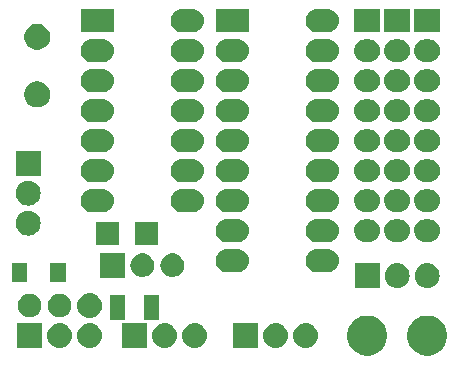
<source format=gbr>
G04 #@! TF.GenerationSoftware,KiCad,Pcbnew,(5.0.2)-1*
G04 #@! TF.CreationDate,2018-12-18T17:12:38+01:00*
G04 #@! TF.ProjectId,MutltiSwitch_Sw8,4d75746c-7469-4537-9769-7463685f5377,0.1*
G04 #@! TF.SameCoordinates,Original*
G04 #@! TF.FileFunction,Soldermask,Top*
G04 #@! TF.FilePolarity,Negative*
%FSLAX46Y46*%
G04 Gerber Fmt 4.6, Leading zero omitted, Abs format (unit mm)*
G04 Created by KiCad (PCBNEW (5.0.2)-1) date 18/12/2018 17:12:38*
%MOMM*%
%LPD*%
G01*
G04 APERTURE LIST*
%ADD10C,0.100000*%
G04 APERTURE END LIST*
D10*
G36*
X164851393Y-116453553D02*
X164960872Y-116475330D01*
X165270252Y-116603479D01*
X165548687Y-116789523D01*
X165785477Y-117026313D01*
X165971521Y-117304748D01*
X166099670Y-117614128D01*
X166165000Y-117942565D01*
X166165000Y-118277435D01*
X166099670Y-118605872D01*
X165971521Y-118915252D01*
X165785477Y-119193687D01*
X165548687Y-119430477D01*
X165270252Y-119616521D01*
X164960872Y-119744670D01*
X164851393Y-119766447D01*
X164632437Y-119810000D01*
X164297563Y-119810000D01*
X164078607Y-119766447D01*
X163969128Y-119744670D01*
X163659748Y-119616521D01*
X163381313Y-119430477D01*
X163144523Y-119193687D01*
X162958479Y-118915252D01*
X162830330Y-118605872D01*
X162765000Y-118277435D01*
X162765000Y-117942565D01*
X162830330Y-117614128D01*
X162958479Y-117304748D01*
X163144523Y-117026313D01*
X163381313Y-116789523D01*
X163659748Y-116603479D01*
X163969128Y-116475330D01*
X164078607Y-116453553D01*
X164297563Y-116410000D01*
X164632437Y-116410000D01*
X164851393Y-116453553D01*
X164851393Y-116453553D01*
G37*
G36*
X169931393Y-116453553D02*
X170040872Y-116475330D01*
X170350252Y-116603479D01*
X170628687Y-116789523D01*
X170865477Y-117026313D01*
X171051521Y-117304748D01*
X171179670Y-117614128D01*
X171245000Y-117942565D01*
X171245000Y-118277435D01*
X171179670Y-118605872D01*
X171051521Y-118915252D01*
X170865477Y-119193687D01*
X170628687Y-119430477D01*
X170350252Y-119616521D01*
X170040872Y-119744670D01*
X169931393Y-119766447D01*
X169712437Y-119810000D01*
X169377563Y-119810000D01*
X169158607Y-119766447D01*
X169049128Y-119744670D01*
X168739748Y-119616521D01*
X168461313Y-119430477D01*
X168224523Y-119193687D01*
X168038479Y-118915252D01*
X167910330Y-118605872D01*
X167845000Y-118277435D01*
X167845000Y-117942565D01*
X167910330Y-117614128D01*
X168038479Y-117304748D01*
X168224523Y-117026313D01*
X168461313Y-116789523D01*
X168739748Y-116603479D01*
X169049128Y-116475330D01*
X169158607Y-116453553D01*
X169377563Y-116410000D01*
X169712437Y-116410000D01*
X169931393Y-116453553D01*
X169931393Y-116453553D01*
G37*
G36*
X159386707Y-117067596D02*
X159463836Y-117075193D01*
X159595787Y-117115220D01*
X159661763Y-117135233D01*
X159844172Y-117232733D01*
X160004054Y-117363946D01*
X160135267Y-117523828D01*
X160232767Y-117706237D01*
X160232767Y-117706238D01*
X160292807Y-117904164D01*
X160313080Y-118110000D01*
X160292807Y-118315836D01*
X160252780Y-118447787D01*
X160232767Y-118513763D01*
X160135267Y-118696172D01*
X160004054Y-118856054D01*
X159844172Y-118987267D01*
X159661763Y-119084767D01*
X159595787Y-119104780D01*
X159463836Y-119144807D01*
X159386707Y-119152403D01*
X159309580Y-119160000D01*
X159206420Y-119160000D01*
X159129293Y-119152403D01*
X159052164Y-119144807D01*
X158920213Y-119104780D01*
X158854237Y-119084767D01*
X158671828Y-118987267D01*
X158511946Y-118856054D01*
X158380733Y-118696172D01*
X158283233Y-118513763D01*
X158263220Y-118447787D01*
X158223193Y-118315836D01*
X158202920Y-118110000D01*
X158223193Y-117904164D01*
X158283233Y-117706238D01*
X158283233Y-117706237D01*
X158380733Y-117523828D01*
X158511946Y-117363946D01*
X158671828Y-117232733D01*
X158854237Y-117135233D01*
X158920213Y-117115220D01*
X159052164Y-117075193D01*
X159129293Y-117067596D01*
X159206420Y-117060000D01*
X159309580Y-117060000D01*
X159386707Y-117067596D01*
X159386707Y-117067596D01*
G37*
G36*
X138558707Y-117067596D02*
X138635836Y-117075193D01*
X138767787Y-117115220D01*
X138833763Y-117135233D01*
X139016172Y-117232733D01*
X139176054Y-117363946D01*
X139307267Y-117523828D01*
X139404767Y-117706237D01*
X139404767Y-117706238D01*
X139464807Y-117904164D01*
X139485080Y-118110000D01*
X139464807Y-118315836D01*
X139424780Y-118447787D01*
X139404767Y-118513763D01*
X139307267Y-118696172D01*
X139176054Y-118856054D01*
X139016172Y-118987267D01*
X138833763Y-119084767D01*
X138767787Y-119104780D01*
X138635836Y-119144807D01*
X138558707Y-119152403D01*
X138481580Y-119160000D01*
X138378420Y-119160000D01*
X138301293Y-119152403D01*
X138224164Y-119144807D01*
X138092213Y-119104780D01*
X138026237Y-119084767D01*
X137843828Y-118987267D01*
X137683946Y-118856054D01*
X137552733Y-118696172D01*
X137455233Y-118513763D01*
X137435220Y-118447787D01*
X137395193Y-118315836D01*
X137374920Y-118110000D01*
X137395193Y-117904164D01*
X137455233Y-117706238D01*
X137455233Y-117706237D01*
X137552733Y-117523828D01*
X137683946Y-117363946D01*
X137843828Y-117232733D01*
X138026237Y-117135233D01*
X138092213Y-117115220D01*
X138224164Y-117075193D01*
X138301293Y-117067596D01*
X138378420Y-117060000D01*
X138481580Y-117060000D01*
X138558707Y-117067596D01*
X138558707Y-117067596D01*
G37*
G36*
X141098707Y-117067596D02*
X141175836Y-117075193D01*
X141307787Y-117115220D01*
X141373763Y-117135233D01*
X141556172Y-117232733D01*
X141716054Y-117363946D01*
X141847267Y-117523828D01*
X141944767Y-117706237D01*
X141944767Y-117706238D01*
X142004807Y-117904164D01*
X142025080Y-118110000D01*
X142004807Y-118315836D01*
X141964780Y-118447787D01*
X141944767Y-118513763D01*
X141847267Y-118696172D01*
X141716054Y-118856054D01*
X141556172Y-118987267D01*
X141373763Y-119084767D01*
X141307787Y-119104780D01*
X141175836Y-119144807D01*
X141098707Y-119152403D01*
X141021580Y-119160000D01*
X140918420Y-119160000D01*
X140841293Y-119152403D01*
X140764164Y-119144807D01*
X140632213Y-119104780D01*
X140566237Y-119084767D01*
X140383828Y-118987267D01*
X140223946Y-118856054D01*
X140092733Y-118696172D01*
X139995233Y-118513763D01*
X139975220Y-118447787D01*
X139935193Y-118315836D01*
X139914920Y-118110000D01*
X139935193Y-117904164D01*
X139995233Y-117706238D01*
X139995233Y-117706237D01*
X140092733Y-117523828D01*
X140223946Y-117363946D01*
X140383828Y-117232733D01*
X140566237Y-117135233D01*
X140632213Y-117115220D01*
X140764164Y-117075193D01*
X140841293Y-117067596D01*
X140918420Y-117060000D01*
X141021580Y-117060000D01*
X141098707Y-117067596D01*
X141098707Y-117067596D01*
G37*
G36*
X136940000Y-119160000D02*
X134840000Y-119160000D01*
X134840000Y-117060000D01*
X136940000Y-117060000D01*
X136940000Y-119160000D01*
X136940000Y-119160000D01*
G37*
G36*
X156846707Y-117067596D02*
X156923836Y-117075193D01*
X157055787Y-117115220D01*
X157121763Y-117135233D01*
X157304172Y-117232733D01*
X157464054Y-117363946D01*
X157595267Y-117523828D01*
X157692767Y-117706237D01*
X157692767Y-117706238D01*
X157752807Y-117904164D01*
X157773080Y-118110000D01*
X157752807Y-118315836D01*
X157712780Y-118447787D01*
X157692767Y-118513763D01*
X157595267Y-118696172D01*
X157464054Y-118856054D01*
X157304172Y-118987267D01*
X157121763Y-119084767D01*
X157055787Y-119104780D01*
X156923836Y-119144807D01*
X156846707Y-119152403D01*
X156769580Y-119160000D01*
X156666420Y-119160000D01*
X156589293Y-119152403D01*
X156512164Y-119144807D01*
X156380213Y-119104780D01*
X156314237Y-119084767D01*
X156131828Y-118987267D01*
X155971946Y-118856054D01*
X155840733Y-118696172D01*
X155743233Y-118513763D01*
X155723220Y-118447787D01*
X155683193Y-118315836D01*
X155662920Y-118110000D01*
X155683193Y-117904164D01*
X155743233Y-117706238D01*
X155743233Y-117706237D01*
X155840733Y-117523828D01*
X155971946Y-117363946D01*
X156131828Y-117232733D01*
X156314237Y-117135233D01*
X156380213Y-117115220D01*
X156512164Y-117075193D01*
X156589293Y-117067596D01*
X156666420Y-117060000D01*
X156769580Y-117060000D01*
X156846707Y-117067596D01*
X156846707Y-117067596D01*
G37*
G36*
X155228000Y-119160000D02*
X153128000Y-119160000D01*
X153128000Y-117060000D01*
X155228000Y-117060000D01*
X155228000Y-119160000D01*
X155228000Y-119160000D01*
G37*
G36*
X149988707Y-117067596D02*
X150065836Y-117075193D01*
X150197787Y-117115220D01*
X150263763Y-117135233D01*
X150446172Y-117232733D01*
X150606054Y-117363946D01*
X150737267Y-117523828D01*
X150834767Y-117706237D01*
X150834767Y-117706238D01*
X150894807Y-117904164D01*
X150915080Y-118110000D01*
X150894807Y-118315836D01*
X150854780Y-118447787D01*
X150834767Y-118513763D01*
X150737267Y-118696172D01*
X150606054Y-118856054D01*
X150446172Y-118987267D01*
X150263763Y-119084767D01*
X150197787Y-119104780D01*
X150065836Y-119144807D01*
X149988707Y-119152403D01*
X149911580Y-119160000D01*
X149808420Y-119160000D01*
X149731293Y-119152403D01*
X149654164Y-119144807D01*
X149522213Y-119104780D01*
X149456237Y-119084767D01*
X149273828Y-118987267D01*
X149113946Y-118856054D01*
X148982733Y-118696172D01*
X148885233Y-118513763D01*
X148865220Y-118447787D01*
X148825193Y-118315836D01*
X148804920Y-118110000D01*
X148825193Y-117904164D01*
X148885233Y-117706238D01*
X148885233Y-117706237D01*
X148982733Y-117523828D01*
X149113946Y-117363946D01*
X149273828Y-117232733D01*
X149456237Y-117135233D01*
X149522213Y-117115220D01*
X149654164Y-117075193D01*
X149731293Y-117067596D01*
X149808420Y-117060000D01*
X149911580Y-117060000D01*
X149988707Y-117067596D01*
X149988707Y-117067596D01*
G37*
G36*
X147448707Y-117067596D02*
X147525836Y-117075193D01*
X147657787Y-117115220D01*
X147723763Y-117135233D01*
X147906172Y-117232733D01*
X148066054Y-117363946D01*
X148197267Y-117523828D01*
X148294767Y-117706237D01*
X148294767Y-117706238D01*
X148354807Y-117904164D01*
X148375080Y-118110000D01*
X148354807Y-118315836D01*
X148314780Y-118447787D01*
X148294767Y-118513763D01*
X148197267Y-118696172D01*
X148066054Y-118856054D01*
X147906172Y-118987267D01*
X147723763Y-119084767D01*
X147657787Y-119104780D01*
X147525836Y-119144807D01*
X147448707Y-119152403D01*
X147371580Y-119160000D01*
X147268420Y-119160000D01*
X147191293Y-119152403D01*
X147114164Y-119144807D01*
X146982213Y-119104780D01*
X146916237Y-119084767D01*
X146733828Y-118987267D01*
X146573946Y-118856054D01*
X146442733Y-118696172D01*
X146345233Y-118513763D01*
X146325220Y-118447787D01*
X146285193Y-118315836D01*
X146264920Y-118110000D01*
X146285193Y-117904164D01*
X146345233Y-117706238D01*
X146345233Y-117706237D01*
X146442733Y-117523828D01*
X146573946Y-117363946D01*
X146733828Y-117232733D01*
X146916237Y-117135233D01*
X146982213Y-117115220D01*
X147114164Y-117075193D01*
X147191293Y-117067596D01*
X147268420Y-117060000D01*
X147371580Y-117060000D01*
X147448707Y-117067596D01*
X147448707Y-117067596D01*
G37*
G36*
X145830000Y-119160000D02*
X143730000Y-119160000D01*
X143730000Y-117060000D01*
X145830000Y-117060000D01*
X145830000Y-119160000D01*
X145830000Y-119160000D01*
G37*
G36*
X143980000Y-116747000D02*
X142680000Y-116747000D01*
X142680000Y-114647000D01*
X143980000Y-114647000D01*
X143980000Y-116747000D01*
X143980000Y-116747000D01*
G37*
G36*
X146880000Y-116747000D02*
X145580000Y-116747000D01*
X145580000Y-114647000D01*
X146880000Y-114647000D01*
X146880000Y-116747000D01*
X146880000Y-116747000D01*
G37*
G36*
X141098707Y-114527597D02*
X141175836Y-114535193D01*
X141307787Y-114575220D01*
X141373763Y-114595233D01*
X141556172Y-114692733D01*
X141716054Y-114823946D01*
X141847267Y-114983828D01*
X141944767Y-115166237D01*
X141944767Y-115166238D01*
X142004807Y-115364164D01*
X142025080Y-115570000D01*
X142004807Y-115775836D01*
X141978765Y-115861686D01*
X141944767Y-115973763D01*
X141847267Y-116156172D01*
X141716054Y-116316054D01*
X141556172Y-116447267D01*
X141373763Y-116544767D01*
X141307787Y-116564780D01*
X141175836Y-116604807D01*
X141098707Y-116612403D01*
X141021580Y-116620000D01*
X140918420Y-116620000D01*
X140841293Y-116612403D01*
X140764164Y-116604807D01*
X140632213Y-116564780D01*
X140566237Y-116544767D01*
X140383828Y-116447267D01*
X140223946Y-116316054D01*
X140092733Y-116156172D01*
X139995233Y-115973763D01*
X139961235Y-115861686D01*
X139935193Y-115775836D01*
X139914920Y-115570000D01*
X139935193Y-115364164D01*
X139995233Y-115166238D01*
X139995233Y-115166237D01*
X140092733Y-114983828D01*
X140223946Y-114823946D01*
X140383828Y-114692733D01*
X140566237Y-114595233D01*
X140632213Y-114575220D01*
X140764164Y-114535193D01*
X140841293Y-114527597D01*
X140918420Y-114520000D01*
X141021580Y-114520000D01*
X141098707Y-114527597D01*
X141098707Y-114527597D01*
G37*
G36*
X138605770Y-114585372D02*
X138721689Y-114608429D01*
X138903678Y-114683811D01*
X139067463Y-114793249D01*
X139206751Y-114932537D01*
X139316189Y-115096322D01*
X139391571Y-115278311D01*
X139430000Y-115471509D01*
X139430000Y-115668491D01*
X139391571Y-115861689D01*
X139316189Y-116043678D01*
X139206751Y-116207463D01*
X139067463Y-116346751D01*
X138903678Y-116456189D01*
X138721689Y-116531571D01*
X138605770Y-116554628D01*
X138528493Y-116570000D01*
X138331507Y-116570000D01*
X138254230Y-116554628D01*
X138138311Y-116531571D01*
X137956322Y-116456189D01*
X137792537Y-116346751D01*
X137653249Y-116207463D01*
X137543811Y-116043678D01*
X137468429Y-115861689D01*
X137430000Y-115668491D01*
X137430000Y-115471509D01*
X137468429Y-115278311D01*
X137543811Y-115096322D01*
X137653249Y-114932537D01*
X137792537Y-114793249D01*
X137956322Y-114683811D01*
X138138311Y-114608429D01*
X138254230Y-114585372D01*
X138331507Y-114570000D01*
X138528493Y-114570000D01*
X138605770Y-114585372D01*
X138605770Y-114585372D01*
G37*
G36*
X136065770Y-114585372D02*
X136181689Y-114608429D01*
X136363678Y-114683811D01*
X136527463Y-114793249D01*
X136666751Y-114932537D01*
X136776189Y-115096322D01*
X136851571Y-115278311D01*
X136890000Y-115471509D01*
X136890000Y-115668491D01*
X136851571Y-115861689D01*
X136776189Y-116043678D01*
X136666751Y-116207463D01*
X136527463Y-116346751D01*
X136363678Y-116456189D01*
X136181689Y-116531571D01*
X136065770Y-116554628D01*
X135988493Y-116570000D01*
X135791507Y-116570000D01*
X135714230Y-116554628D01*
X135598311Y-116531571D01*
X135416322Y-116456189D01*
X135252537Y-116346751D01*
X135113249Y-116207463D01*
X135003811Y-116043678D01*
X134928429Y-115861689D01*
X134890000Y-115668491D01*
X134890000Y-115471509D01*
X134928429Y-115278311D01*
X135003811Y-115096322D01*
X135113249Y-114932537D01*
X135252537Y-114793249D01*
X135416322Y-114683811D01*
X135598311Y-114608429D01*
X135714230Y-114585372D01*
X135791507Y-114570000D01*
X135988493Y-114570000D01*
X136065770Y-114585372D01*
X136065770Y-114585372D01*
G37*
G36*
X165515000Y-114080000D02*
X163415000Y-114080000D01*
X163415000Y-111980000D01*
X165515000Y-111980000D01*
X165515000Y-114080000D01*
X165515000Y-114080000D01*
G37*
G36*
X169673707Y-111987596D02*
X169750836Y-111995193D01*
X169882787Y-112035220D01*
X169948763Y-112055233D01*
X170131172Y-112152733D01*
X170291054Y-112283946D01*
X170422267Y-112443828D01*
X170519767Y-112626237D01*
X170519767Y-112626238D01*
X170579807Y-112824164D01*
X170600080Y-113030000D01*
X170579807Y-113235836D01*
X170539780Y-113367787D01*
X170519767Y-113433763D01*
X170422267Y-113616172D01*
X170291054Y-113776054D01*
X170131172Y-113907267D01*
X169948763Y-114004767D01*
X169882787Y-114024780D01*
X169750836Y-114064807D01*
X169673707Y-114072404D01*
X169596580Y-114080000D01*
X169493420Y-114080000D01*
X169416293Y-114072404D01*
X169339164Y-114064807D01*
X169207213Y-114024780D01*
X169141237Y-114004767D01*
X168958828Y-113907267D01*
X168798946Y-113776054D01*
X168667733Y-113616172D01*
X168570233Y-113433763D01*
X168550220Y-113367787D01*
X168510193Y-113235836D01*
X168489920Y-113030000D01*
X168510193Y-112824164D01*
X168570233Y-112626238D01*
X168570233Y-112626237D01*
X168667733Y-112443828D01*
X168798946Y-112283946D01*
X168958828Y-112152733D01*
X169141237Y-112055233D01*
X169207213Y-112035220D01*
X169339164Y-111995193D01*
X169416293Y-111987596D01*
X169493420Y-111980000D01*
X169596580Y-111980000D01*
X169673707Y-111987596D01*
X169673707Y-111987596D01*
G37*
G36*
X167133707Y-111987596D02*
X167210836Y-111995193D01*
X167342787Y-112035220D01*
X167408763Y-112055233D01*
X167591172Y-112152733D01*
X167751054Y-112283946D01*
X167882267Y-112443828D01*
X167979767Y-112626237D01*
X167979767Y-112626238D01*
X168039807Y-112824164D01*
X168060080Y-113030000D01*
X168039807Y-113235836D01*
X167999780Y-113367787D01*
X167979767Y-113433763D01*
X167882267Y-113616172D01*
X167751054Y-113776054D01*
X167591172Y-113907267D01*
X167408763Y-114004767D01*
X167342787Y-114024780D01*
X167210836Y-114064807D01*
X167133707Y-114072404D01*
X167056580Y-114080000D01*
X166953420Y-114080000D01*
X166876293Y-114072404D01*
X166799164Y-114064807D01*
X166667213Y-114024780D01*
X166601237Y-114004767D01*
X166418828Y-113907267D01*
X166258946Y-113776054D01*
X166127733Y-113616172D01*
X166030233Y-113433763D01*
X166010220Y-113367787D01*
X165970193Y-113235836D01*
X165949920Y-113030000D01*
X165970193Y-112824164D01*
X166030233Y-112626238D01*
X166030233Y-112626237D01*
X166127733Y-112443828D01*
X166258946Y-112283946D01*
X166418828Y-112152733D01*
X166601237Y-112055233D01*
X166667213Y-112035220D01*
X166799164Y-111995193D01*
X166876293Y-111987596D01*
X166953420Y-111980000D01*
X167056580Y-111980000D01*
X167133707Y-111987596D01*
X167133707Y-111987596D01*
G37*
G36*
X138952000Y-113576000D02*
X137652000Y-113576000D01*
X137652000Y-111976000D01*
X138952000Y-111976000D01*
X138952000Y-113576000D01*
X138952000Y-113576000D01*
G37*
G36*
X135652000Y-113576000D02*
X134352000Y-113576000D01*
X134352000Y-111976000D01*
X135652000Y-111976000D01*
X135652000Y-113576000D01*
X135652000Y-113576000D01*
G37*
G36*
X143925000Y-113191000D02*
X141825000Y-113191000D01*
X141825000Y-111091000D01*
X143925000Y-111091000D01*
X143925000Y-113191000D01*
X143925000Y-113191000D01*
G37*
G36*
X145590770Y-111156372D02*
X145706689Y-111179429D01*
X145888678Y-111254811D01*
X146052463Y-111364249D01*
X146191751Y-111503537D01*
X146301189Y-111667322D01*
X146376571Y-111849311D01*
X146397798Y-111956030D01*
X146415000Y-112042507D01*
X146415000Y-112239493D01*
X146399628Y-112316770D01*
X146376571Y-112432689D01*
X146301189Y-112614678D01*
X146191751Y-112778463D01*
X146052463Y-112917751D01*
X145888678Y-113027189D01*
X145706689Y-113102571D01*
X145590770Y-113125628D01*
X145513493Y-113141000D01*
X145316507Y-113141000D01*
X145239230Y-113125628D01*
X145123311Y-113102571D01*
X144941322Y-113027189D01*
X144777537Y-112917751D01*
X144638249Y-112778463D01*
X144528811Y-112614678D01*
X144453429Y-112432689D01*
X144430372Y-112316770D01*
X144415000Y-112239493D01*
X144415000Y-112042507D01*
X144432202Y-111956030D01*
X144453429Y-111849311D01*
X144528811Y-111667322D01*
X144638249Y-111503537D01*
X144777537Y-111364249D01*
X144941322Y-111254811D01*
X145123311Y-111179429D01*
X145239230Y-111156372D01*
X145316507Y-111141000D01*
X145513493Y-111141000D01*
X145590770Y-111156372D01*
X145590770Y-111156372D01*
G37*
G36*
X148130770Y-111156372D02*
X148246689Y-111179429D01*
X148428678Y-111254811D01*
X148592463Y-111364249D01*
X148731751Y-111503537D01*
X148841189Y-111667322D01*
X148916571Y-111849311D01*
X148937798Y-111956030D01*
X148955000Y-112042507D01*
X148955000Y-112239493D01*
X148939628Y-112316770D01*
X148916571Y-112432689D01*
X148841189Y-112614678D01*
X148731751Y-112778463D01*
X148592463Y-112917751D01*
X148428678Y-113027189D01*
X148246689Y-113102571D01*
X148130770Y-113125628D01*
X148053493Y-113141000D01*
X147856507Y-113141000D01*
X147779230Y-113125628D01*
X147663311Y-113102571D01*
X147481322Y-113027189D01*
X147317537Y-112917751D01*
X147178249Y-112778463D01*
X147068811Y-112614678D01*
X146993429Y-112432689D01*
X146970372Y-112316770D01*
X146955000Y-112239493D01*
X146955000Y-112042507D01*
X146972202Y-111956030D01*
X146993429Y-111849311D01*
X147068811Y-111667322D01*
X147178249Y-111503537D01*
X147317537Y-111364249D01*
X147481322Y-111254811D01*
X147663311Y-111179429D01*
X147779230Y-111156372D01*
X147856507Y-111141000D01*
X148053493Y-111141000D01*
X148130770Y-111156372D01*
X148130770Y-111156372D01*
G37*
G36*
X153631030Y-110774469D02*
X153631033Y-110774470D01*
X153631034Y-110774470D01*
X153819535Y-110831651D01*
X153819537Y-110831652D01*
X153993260Y-110924509D01*
X154145528Y-111049472D01*
X154270491Y-111201740D01*
X154363348Y-111375463D01*
X154420531Y-111563970D01*
X154439838Y-111760000D01*
X154420531Y-111956030D01*
X154420530Y-111956033D01*
X154420530Y-111956034D01*
X154394299Y-112042507D01*
X154363348Y-112144537D01*
X154270491Y-112318260D01*
X154145528Y-112470528D01*
X153993260Y-112595491D01*
X153993258Y-112595492D01*
X153819535Y-112688349D01*
X153631034Y-112745530D01*
X153631033Y-112745530D01*
X153631030Y-112745531D01*
X153484124Y-112760000D01*
X152585876Y-112760000D01*
X152438970Y-112745531D01*
X152438967Y-112745530D01*
X152438966Y-112745530D01*
X152250465Y-112688349D01*
X152076742Y-112595492D01*
X152076740Y-112595491D01*
X151924472Y-112470528D01*
X151799509Y-112318260D01*
X151706652Y-112144537D01*
X151675702Y-112042507D01*
X151649470Y-111956034D01*
X151649470Y-111956033D01*
X151649469Y-111956030D01*
X151630162Y-111760000D01*
X151649469Y-111563970D01*
X151706652Y-111375463D01*
X151799509Y-111201740D01*
X151924472Y-111049472D01*
X152076740Y-110924509D01*
X152250463Y-110831652D01*
X152250465Y-110831651D01*
X152438966Y-110774470D01*
X152438967Y-110774470D01*
X152438970Y-110774469D01*
X152585876Y-110760000D01*
X153484124Y-110760000D01*
X153631030Y-110774469D01*
X153631030Y-110774469D01*
G37*
G36*
X161251030Y-110774469D02*
X161251033Y-110774470D01*
X161251034Y-110774470D01*
X161439535Y-110831651D01*
X161439537Y-110831652D01*
X161613260Y-110924509D01*
X161765528Y-111049472D01*
X161890491Y-111201740D01*
X161983348Y-111375463D01*
X162040531Y-111563970D01*
X162059838Y-111760000D01*
X162040531Y-111956030D01*
X162040530Y-111956033D01*
X162040530Y-111956034D01*
X162014299Y-112042507D01*
X161983348Y-112144537D01*
X161890491Y-112318260D01*
X161765528Y-112470528D01*
X161613260Y-112595491D01*
X161613258Y-112595492D01*
X161439535Y-112688349D01*
X161251034Y-112745530D01*
X161251033Y-112745530D01*
X161251030Y-112745531D01*
X161104124Y-112760000D01*
X160205876Y-112760000D01*
X160058970Y-112745531D01*
X160058967Y-112745530D01*
X160058966Y-112745530D01*
X159870465Y-112688349D01*
X159696742Y-112595492D01*
X159696740Y-112595491D01*
X159544472Y-112470528D01*
X159419509Y-112318260D01*
X159326652Y-112144537D01*
X159295702Y-112042507D01*
X159269470Y-111956034D01*
X159269470Y-111956033D01*
X159269469Y-111956030D01*
X159250162Y-111760000D01*
X159269469Y-111563970D01*
X159326652Y-111375463D01*
X159419509Y-111201740D01*
X159544472Y-111049472D01*
X159696740Y-110924509D01*
X159870463Y-110831652D01*
X159870465Y-110831651D01*
X160058966Y-110774470D01*
X160058967Y-110774470D01*
X160058970Y-110774469D01*
X160205876Y-110760000D01*
X161104124Y-110760000D01*
X161251030Y-110774469D01*
X161251030Y-110774469D01*
G37*
G36*
X143445000Y-110424000D02*
X141545000Y-110424000D01*
X141545000Y-108524000D01*
X143445000Y-108524000D01*
X143445000Y-110424000D01*
X143445000Y-110424000D01*
G37*
G36*
X146745000Y-110424000D02*
X144845000Y-110424000D01*
X144845000Y-108524000D01*
X146745000Y-108524000D01*
X146745000Y-110424000D01*
X146745000Y-110424000D01*
G37*
G36*
X161251030Y-108234469D02*
X161251033Y-108234470D01*
X161251034Y-108234470D01*
X161439535Y-108291651D01*
X161439537Y-108291652D01*
X161613260Y-108384509D01*
X161765528Y-108509472D01*
X161890491Y-108661740D01*
X161983348Y-108835463D01*
X162040531Y-109023970D01*
X162059838Y-109220000D01*
X162040531Y-109416030D01*
X161983348Y-109604537D01*
X161890491Y-109778260D01*
X161765528Y-109930528D01*
X161613260Y-110055491D01*
X161613258Y-110055492D01*
X161439535Y-110148349D01*
X161251034Y-110205530D01*
X161251033Y-110205530D01*
X161251030Y-110205531D01*
X161104124Y-110220000D01*
X160205876Y-110220000D01*
X160058970Y-110205531D01*
X160058967Y-110205530D01*
X160058966Y-110205530D01*
X159870465Y-110148349D01*
X159696742Y-110055492D01*
X159696740Y-110055491D01*
X159544472Y-109930528D01*
X159419509Y-109778260D01*
X159326652Y-109604537D01*
X159269469Y-109416030D01*
X159250162Y-109220000D01*
X159269469Y-109023970D01*
X159326652Y-108835463D01*
X159419509Y-108661740D01*
X159544472Y-108509472D01*
X159696740Y-108384509D01*
X159870463Y-108291652D01*
X159870465Y-108291651D01*
X160058966Y-108234470D01*
X160058967Y-108234470D01*
X160058970Y-108234469D01*
X160205876Y-108220000D01*
X161104124Y-108220000D01*
X161251030Y-108234469D01*
X161251030Y-108234469D01*
G37*
G36*
X153631030Y-108234469D02*
X153631033Y-108234470D01*
X153631034Y-108234470D01*
X153819535Y-108291651D01*
X153819537Y-108291652D01*
X153993260Y-108384509D01*
X154145528Y-108509472D01*
X154270491Y-108661740D01*
X154363348Y-108835463D01*
X154420531Y-109023970D01*
X154439838Y-109220000D01*
X154420531Y-109416030D01*
X154363348Y-109604537D01*
X154270491Y-109778260D01*
X154145528Y-109930528D01*
X153993260Y-110055491D01*
X153993258Y-110055492D01*
X153819535Y-110148349D01*
X153631034Y-110205530D01*
X153631033Y-110205530D01*
X153631030Y-110205531D01*
X153484124Y-110220000D01*
X152585876Y-110220000D01*
X152438970Y-110205531D01*
X152438967Y-110205530D01*
X152438966Y-110205530D01*
X152250465Y-110148349D01*
X152076742Y-110055492D01*
X152076740Y-110055491D01*
X151924472Y-109930528D01*
X151799509Y-109778260D01*
X151706652Y-109604537D01*
X151649469Y-109416030D01*
X151630162Y-109220000D01*
X151649469Y-109023970D01*
X151706652Y-108835463D01*
X151799509Y-108661740D01*
X151924472Y-108509472D01*
X152076740Y-108384509D01*
X152250463Y-108291652D01*
X152250465Y-108291651D01*
X152438966Y-108234470D01*
X152438967Y-108234470D01*
X152438970Y-108234469D01*
X152585876Y-108220000D01*
X153484124Y-108220000D01*
X153631030Y-108234469D01*
X153631030Y-108234469D01*
G37*
G36*
X169811448Y-108276873D02*
X169881232Y-108283746D01*
X169970770Y-108310907D01*
X170060309Y-108338068D01*
X170225347Y-108426283D01*
X170370001Y-108544999D01*
X170488717Y-108689653D01*
X170576932Y-108854691D01*
X170576932Y-108854692D01*
X170631254Y-109033768D01*
X170649596Y-109220000D01*
X170631254Y-109406232D01*
X170614256Y-109462267D01*
X170576932Y-109585309D01*
X170488717Y-109750347D01*
X170370001Y-109895001D01*
X170225347Y-110013717D01*
X170060309Y-110101932D01*
X169970770Y-110129093D01*
X169881232Y-110156254D01*
X169741666Y-110170000D01*
X169348334Y-110170000D01*
X169208768Y-110156254D01*
X169119230Y-110129093D01*
X169029691Y-110101932D01*
X168864653Y-110013717D01*
X168719999Y-109895001D01*
X168601283Y-109750347D01*
X168513068Y-109585309D01*
X168475744Y-109462267D01*
X168458746Y-109406232D01*
X168440404Y-109220000D01*
X168458746Y-109033768D01*
X168513068Y-108854692D01*
X168513068Y-108854691D01*
X168601283Y-108689653D01*
X168719999Y-108544999D01*
X168864653Y-108426283D01*
X169029691Y-108338068D01*
X169119230Y-108310907D01*
X169208768Y-108283746D01*
X169278552Y-108276873D01*
X169348334Y-108270000D01*
X169741666Y-108270000D01*
X169811448Y-108276873D01*
X169811448Y-108276873D01*
G37*
G36*
X167271448Y-108276873D02*
X167341232Y-108283746D01*
X167430770Y-108310907D01*
X167520309Y-108338068D01*
X167685347Y-108426283D01*
X167830001Y-108544999D01*
X167948717Y-108689653D01*
X168036932Y-108854691D01*
X168036932Y-108854692D01*
X168091254Y-109033768D01*
X168109596Y-109220000D01*
X168091254Y-109406232D01*
X168074256Y-109462267D01*
X168036932Y-109585309D01*
X167948717Y-109750347D01*
X167830001Y-109895001D01*
X167685347Y-110013717D01*
X167520309Y-110101932D01*
X167430770Y-110129093D01*
X167341232Y-110156254D01*
X167201666Y-110170000D01*
X166808334Y-110170000D01*
X166668768Y-110156254D01*
X166579230Y-110129093D01*
X166489691Y-110101932D01*
X166324653Y-110013717D01*
X166179999Y-109895001D01*
X166061283Y-109750347D01*
X165973068Y-109585309D01*
X165935744Y-109462267D01*
X165918746Y-109406232D01*
X165900404Y-109220000D01*
X165918746Y-109033768D01*
X165973068Y-108854692D01*
X165973068Y-108854691D01*
X166061283Y-108689653D01*
X166179999Y-108544999D01*
X166324653Y-108426283D01*
X166489691Y-108338068D01*
X166579230Y-108310907D01*
X166668768Y-108283746D01*
X166738552Y-108276873D01*
X166808334Y-108270000D01*
X167201666Y-108270000D01*
X167271448Y-108276873D01*
X167271448Y-108276873D01*
G37*
G36*
X164731448Y-108276873D02*
X164801232Y-108283746D01*
X164890770Y-108310907D01*
X164980309Y-108338068D01*
X165145347Y-108426283D01*
X165290001Y-108544999D01*
X165408717Y-108689653D01*
X165496932Y-108854691D01*
X165496932Y-108854692D01*
X165551254Y-109033768D01*
X165569596Y-109220000D01*
X165551254Y-109406232D01*
X165534256Y-109462267D01*
X165496932Y-109585309D01*
X165408717Y-109750347D01*
X165290001Y-109895001D01*
X165145347Y-110013717D01*
X164980309Y-110101932D01*
X164890770Y-110129093D01*
X164801232Y-110156254D01*
X164661666Y-110170000D01*
X164268334Y-110170000D01*
X164128768Y-110156254D01*
X164039230Y-110129093D01*
X163949691Y-110101932D01*
X163784653Y-110013717D01*
X163639999Y-109895001D01*
X163521283Y-109750347D01*
X163433068Y-109585309D01*
X163395744Y-109462267D01*
X163378746Y-109406232D01*
X163360404Y-109220000D01*
X163378746Y-109033768D01*
X163433068Y-108854692D01*
X163433068Y-108854691D01*
X163521283Y-108689653D01*
X163639999Y-108544999D01*
X163784653Y-108426283D01*
X163949691Y-108338068D01*
X164039230Y-108310907D01*
X164128768Y-108283746D01*
X164198552Y-108276873D01*
X164268334Y-108270000D01*
X164661666Y-108270000D01*
X164731448Y-108276873D01*
X164731448Y-108276873D01*
G37*
G36*
X135891707Y-107542597D02*
X135968836Y-107550193D01*
X136100787Y-107590220D01*
X136166763Y-107610233D01*
X136349172Y-107707733D01*
X136509054Y-107838946D01*
X136640267Y-107998828D01*
X136737767Y-108181237D01*
X136737767Y-108181238D01*
X136797807Y-108379164D01*
X136818080Y-108585000D01*
X136797807Y-108790836D01*
X136757780Y-108922787D01*
X136737767Y-108988763D01*
X136640267Y-109171172D01*
X136509054Y-109331054D01*
X136349172Y-109462267D01*
X136166763Y-109559767D01*
X136100787Y-109579780D01*
X135968836Y-109619807D01*
X135891707Y-109627403D01*
X135814580Y-109635000D01*
X135711420Y-109635000D01*
X135634293Y-109627403D01*
X135557164Y-109619807D01*
X135425213Y-109579780D01*
X135359237Y-109559767D01*
X135176828Y-109462267D01*
X135016946Y-109331054D01*
X134885733Y-109171172D01*
X134788233Y-108988763D01*
X134768220Y-108922787D01*
X134728193Y-108790836D01*
X134707920Y-108585000D01*
X134728193Y-108379164D01*
X134788233Y-108181238D01*
X134788233Y-108181237D01*
X134885733Y-107998828D01*
X135016946Y-107838946D01*
X135176828Y-107707733D01*
X135359237Y-107610233D01*
X135425213Y-107590220D01*
X135557164Y-107550193D01*
X135634293Y-107542597D01*
X135711420Y-107535000D01*
X135814580Y-107535000D01*
X135891707Y-107542597D01*
X135891707Y-107542597D01*
G37*
G36*
X142201030Y-105694469D02*
X142201033Y-105694470D01*
X142201034Y-105694470D01*
X142389535Y-105751651D01*
X142389537Y-105751652D01*
X142563260Y-105844509D01*
X142715528Y-105969472D01*
X142840491Y-106121740D01*
X142933348Y-106295463D01*
X142990531Y-106483970D01*
X143009838Y-106680000D01*
X142990531Y-106876030D01*
X142933348Y-107064537D01*
X142840491Y-107238260D01*
X142715528Y-107390528D01*
X142563260Y-107515491D01*
X142563258Y-107515492D01*
X142389535Y-107608349D01*
X142201034Y-107665530D01*
X142201033Y-107665530D01*
X142201030Y-107665531D01*
X142054124Y-107680000D01*
X141155876Y-107680000D01*
X141008970Y-107665531D01*
X141008967Y-107665530D01*
X141008966Y-107665530D01*
X140820465Y-107608349D01*
X140646742Y-107515492D01*
X140646740Y-107515491D01*
X140494472Y-107390528D01*
X140369509Y-107238260D01*
X140276652Y-107064537D01*
X140219469Y-106876030D01*
X140200162Y-106680000D01*
X140219469Y-106483970D01*
X140276652Y-106295463D01*
X140369509Y-106121740D01*
X140494472Y-105969472D01*
X140646740Y-105844509D01*
X140820463Y-105751652D01*
X140820465Y-105751651D01*
X141008966Y-105694470D01*
X141008967Y-105694470D01*
X141008970Y-105694469D01*
X141155876Y-105680000D01*
X142054124Y-105680000D01*
X142201030Y-105694469D01*
X142201030Y-105694469D01*
G37*
G36*
X149821030Y-105694469D02*
X149821033Y-105694470D01*
X149821034Y-105694470D01*
X150009535Y-105751651D01*
X150009537Y-105751652D01*
X150183260Y-105844509D01*
X150335528Y-105969472D01*
X150460491Y-106121740D01*
X150553348Y-106295463D01*
X150610531Y-106483970D01*
X150629838Y-106680000D01*
X150610531Y-106876030D01*
X150553348Y-107064537D01*
X150460491Y-107238260D01*
X150335528Y-107390528D01*
X150183260Y-107515491D01*
X150183258Y-107515492D01*
X150009535Y-107608349D01*
X149821034Y-107665530D01*
X149821033Y-107665530D01*
X149821030Y-107665531D01*
X149674124Y-107680000D01*
X148775876Y-107680000D01*
X148628970Y-107665531D01*
X148628967Y-107665530D01*
X148628966Y-107665530D01*
X148440465Y-107608349D01*
X148266742Y-107515492D01*
X148266740Y-107515491D01*
X148114472Y-107390528D01*
X147989509Y-107238260D01*
X147896652Y-107064537D01*
X147839469Y-106876030D01*
X147820162Y-106680000D01*
X147839469Y-106483970D01*
X147896652Y-106295463D01*
X147989509Y-106121740D01*
X148114472Y-105969472D01*
X148266740Y-105844509D01*
X148440463Y-105751652D01*
X148440465Y-105751651D01*
X148628966Y-105694470D01*
X148628967Y-105694470D01*
X148628970Y-105694469D01*
X148775876Y-105680000D01*
X149674124Y-105680000D01*
X149821030Y-105694469D01*
X149821030Y-105694469D01*
G37*
G36*
X161251030Y-105694469D02*
X161251033Y-105694470D01*
X161251034Y-105694470D01*
X161439535Y-105751651D01*
X161439537Y-105751652D01*
X161613260Y-105844509D01*
X161765528Y-105969472D01*
X161890491Y-106121740D01*
X161983348Y-106295463D01*
X162040531Y-106483970D01*
X162059838Y-106680000D01*
X162040531Y-106876030D01*
X161983348Y-107064537D01*
X161890491Y-107238260D01*
X161765528Y-107390528D01*
X161613260Y-107515491D01*
X161613258Y-107515492D01*
X161439535Y-107608349D01*
X161251034Y-107665530D01*
X161251033Y-107665530D01*
X161251030Y-107665531D01*
X161104124Y-107680000D01*
X160205876Y-107680000D01*
X160058970Y-107665531D01*
X160058967Y-107665530D01*
X160058966Y-107665530D01*
X159870465Y-107608349D01*
X159696742Y-107515492D01*
X159696740Y-107515491D01*
X159544472Y-107390528D01*
X159419509Y-107238260D01*
X159326652Y-107064537D01*
X159269469Y-106876030D01*
X159250162Y-106680000D01*
X159269469Y-106483970D01*
X159326652Y-106295463D01*
X159419509Y-106121740D01*
X159544472Y-105969472D01*
X159696740Y-105844509D01*
X159870463Y-105751652D01*
X159870465Y-105751651D01*
X160058966Y-105694470D01*
X160058967Y-105694470D01*
X160058970Y-105694469D01*
X160205876Y-105680000D01*
X161104124Y-105680000D01*
X161251030Y-105694469D01*
X161251030Y-105694469D01*
G37*
G36*
X153631030Y-105694469D02*
X153631033Y-105694470D01*
X153631034Y-105694470D01*
X153819535Y-105751651D01*
X153819537Y-105751652D01*
X153993260Y-105844509D01*
X154145528Y-105969472D01*
X154270491Y-106121740D01*
X154363348Y-106295463D01*
X154420531Y-106483970D01*
X154439838Y-106680000D01*
X154420531Y-106876030D01*
X154363348Y-107064537D01*
X154270491Y-107238260D01*
X154145528Y-107390528D01*
X153993260Y-107515491D01*
X153993258Y-107515492D01*
X153819535Y-107608349D01*
X153631034Y-107665530D01*
X153631033Y-107665530D01*
X153631030Y-107665531D01*
X153484124Y-107680000D01*
X152585876Y-107680000D01*
X152438970Y-107665531D01*
X152438967Y-107665530D01*
X152438966Y-107665530D01*
X152250465Y-107608349D01*
X152076742Y-107515492D01*
X152076740Y-107515491D01*
X151924472Y-107390528D01*
X151799509Y-107238260D01*
X151706652Y-107064537D01*
X151649469Y-106876030D01*
X151630162Y-106680000D01*
X151649469Y-106483970D01*
X151706652Y-106295463D01*
X151799509Y-106121740D01*
X151924472Y-105969472D01*
X152076740Y-105844509D01*
X152250463Y-105751652D01*
X152250465Y-105751651D01*
X152438966Y-105694470D01*
X152438967Y-105694470D01*
X152438970Y-105694469D01*
X152585876Y-105680000D01*
X153484124Y-105680000D01*
X153631030Y-105694469D01*
X153631030Y-105694469D01*
G37*
G36*
X167341232Y-105743746D02*
X167430770Y-105770907D01*
X167520309Y-105798068D01*
X167685347Y-105886283D01*
X167830001Y-106004999D01*
X167948717Y-106149653D01*
X168036932Y-106314691D01*
X168036932Y-106314692D01*
X168091254Y-106493768D01*
X168109596Y-106680000D01*
X168091254Y-106866232D01*
X168074256Y-106922267D01*
X168036932Y-107045309D01*
X167948717Y-107210347D01*
X167830001Y-107355001D01*
X167685347Y-107473717D01*
X167520309Y-107561932D01*
X167430770Y-107589093D01*
X167341232Y-107616254D01*
X167201666Y-107630000D01*
X166808334Y-107630000D01*
X166668768Y-107616254D01*
X166579230Y-107589093D01*
X166489691Y-107561932D01*
X166324653Y-107473717D01*
X166179999Y-107355001D01*
X166061283Y-107210347D01*
X165973068Y-107045309D01*
X165935744Y-106922267D01*
X165918746Y-106866232D01*
X165900404Y-106680000D01*
X165918746Y-106493768D01*
X165973068Y-106314692D01*
X165973068Y-106314691D01*
X166061283Y-106149653D01*
X166179999Y-106004999D01*
X166324653Y-105886283D01*
X166489691Y-105798068D01*
X166579230Y-105770907D01*
X166668768Y-105743746D01*
X166738552Y-105736873D01*
X166808334Y-105730000D01*
X167201666Y-105730000D01*
X167341232Y-105743746D01*
X167341232Y-105743746D01*
G37*
G36*
X169881232Y-105743746D02*
X169970770Y-105770907D01*
X170060309Y-105798068D01*
X170225347Y-105886283D01*
X170370001Y-106004999D01*
X170488717Y-106149653D01*
X170576932Y-106314691D01*
X170576932Y-106314692D01*
X170631254Y-106493768D01*
X170649596Y-106680000D01*
X170631254Y-106866232D01*
X170614256Y-106922267D01*
X170576932Y-107045309D01*
X170488717Y-107210347D01*
X170370001Y-107355001D01*
X170225347Y-107473717D01*
X170060309Y-107561932D01*
X169970770Y-107589093D01*
X169881232Y-107616254D01*
X169741666Y-107630000D01*
X169348334Y-107630000D01*
X169208768Y-107616254D01*
X169119230Y-107589093D01*
X169029691Y-107561932D01*
X168864653Y-107473717D01*
X168719999Y-107355001D01*
X168601283Y-107210347D01*
X168513068Y-107045309D01*
X168475744Y-106922267D01*
X168458746Y-106866232D01*
X168440404Y-106680000D01*
X168458746Y-106493768D01*
X168513068Y-106314692D01*
X168513068Y-106314691D01*
X168601283Y-106149653D01*
X168719999Y-106004999D01*
X168864653Y-105886283D01*
X169029691Y-105798068D01*
X169119230Y-105770907D01*
X169208768Y-105743746D01*
X169278552Y-105736873D01*
X169348334Y-105730000D01*
X169741666Y-105730000D01*
X169881232Y-105743746D01*
X169881232Y-105743746D01*
G37*
G36*
X164801232Y-105743746D02*
X164890770Y-105770907D01*
X164980309Y-105798068D01*
X165145347Y-105886283D01*
X165290001Y-106004999D01*
X165408717Y-106149653D01*
X165496932Y-106314691D01*
X165496932Y-106314692D01*
X165551254Y-106493768D01*
X165569596Y-106680000D01*
X165551254Y-106866232D01*
X165534256Y-106922267D01*
X165496932Y-107045309D01*
X165408717Y-107210347D01*
X165290001Y-107355001D01*
X165145347Y-107473717D01*
X164980309Y-107561932D01*
X164890770Y-107589093D01*
X164801232Y-107616254D01*
X164661666Y-107630000D01*
X164268334Y-107630000D01*
X164128768Y-107616254D01*
X164039230Y-107589093D01*
X163949691Y-107561932D01*
X163784653Y-107473717D01*
X163639999Y-107355001D01*
X163521283Y-107210347D01*
X163433068Y-107045309D01*
X163395744Y-106922267D01*
X163378746Y-106866232D01*
X163360404Y-106680000D01*
X163378746Y-106493768D01*
X163433068Y-106314692D01*
X163433068Y-106314691D01*
X163521283Y-106149653D01*
X163639999Y-106004999D01*
X163784653Y-105886283D01*
X163949691Y-105798068D01*
X164039230Y-105770907D01*
X164128768Y-105743746D01*
X164198552Y-105736873D01*
X164268334Y-105730000D01*
X164661666Y-105730000D01*
X164801232Y-105743746D01*
X164801232Y-105743746D01*
G37*
G36*
X135891707Y-105002596D02*
X135968836Y-105010193D01*
X136100787Y-105050220D01*
X136166763Y-105070233D01*
X136349172Y-105167733D01*
X136509054Y-105298946D01*
X136640267Y-105458828D01*
X136737767Y-105641237D01*
X136737767Y-105641238D01*
X136797807Y-105839164D01*
X136818080Y-106045000D01*
X136797807Y-106250836D01*
X136757780Y-106382787D01*
X136737767Y-106448763D01*
X136640267Y-106631172D01*
X136509054Y-106791054D01*
X136349172Y-106922267D01*
X136166763Y-107019767D01*
X136100787Y-107039780D01*
X135968836Y-107079807D01*
X135891707Y-107087404D01*
X135814580Y-107095000D01*
X135711420Y-107095000D01*
X135634293Y-107087404D01*
X135557164Y-107079807D01*
X135425213Y-107039780D01*
X135359237Y-107019767D01*
X135176828Y-106922267D01*
X135016946Y-106791054D01*
X134885733Y-106631172D01*
X134788233Y-106448763D01*
X134768220Y-106382787D01*
X134728193Y-106250836D01*
X134707920Y-106045000D01*
X134728193Y-105839164D01*
X134788233Y-105641238D01*
X134788233Y-105641237D01*
X134885733Y-105458828D01*
X135016946Y-105298946D01*
X135176828Y-105167733D01*
X135359237Y-105070233D01*
X135425213Y-105050220D01*
X135557164Y-105010193D01*
X135634293Y-105002596D01*
X135711420Y-104995000D01*
X135814580Y-104995000D01*
X135891707Y-105002596D01*
X135891707Y-105002596D01*
G37*
G36*
X153631030Y-103154469D02*
X153631033Y-103154470D01*
X153631034Y-103154470D01*
X153819535Y-103211651D01*
X153819537Y-103211652D01*
X153993260Y-103304509D01*
X154145528Y-103429472D01*
X154270491Y-103581740D01*
X154363348Y-103755463D01*
X154420531Y-103943970D01*
X154439838Y-104140000D01*
X154420531Y-104336030D01*
X154363348Y-104524537D01*
X154270491Y-104698260D01*
X154145528Y-104850528D01*
X153993260Y-104975491D01*
X153993258Y-104975492D01*
X153819535Y-105068349D01*
X153631034Y-105125530D01*
X153631033Y-105125530D01*
X153631030Y-105125531D01*
X153484124Y-105140000D01*
X152585876Y-105140000D01*
X152438970Y-105125531D01*
X152438967Y-105125530D01*
X152438966Y-105125530D01*
X152250465Y-105068349D01*
X152076742Y-104975492D01*
X152076740Y-104975491D01*
X151924472Y-104850528D01*
X151799509Y-104698260D01*
X151706652Y-104524537D01*
X151649469Y-104336030D01*
X151630162Y-104140000D01*
X151649469Y-103943970D01*
X151706652Y-103755463D01*
X151799509Y-103581740D01*
X151924472Y-103429472D01*
X152076740Y-103304509D01*
X152250463Y-103211652D01*
X152250465Y-103211651D01*
X152438966Y-103154470D01*
X152438967Y-103154470D01*
X152438970Y-103154469D01*
X152585876Y-103140000D01*
X153484124Y-103140000D01*
X153631030Y-103154469D01*
X153631030Y-103154469D01*
G37*
G36*
X149821030Y-103154469D02*
X149821033Y-103154470D01*
X149821034Y-103154470D01*
X150009535Y-103211651D01*
X150009537Y-103211652D01*
X150183260Y-103304509D01*
X150335528Y-103429472D01*
X150460491Y-103581740D01*
X150553348Y-103755463D01*
X150610531Y-103943970D01*
X150629838Y-104140000D01*
X150610531Y-104336030D01*
X150553348Y-104524537D01*
X150460491Y-104698260D01*
X150335528Y-104850528D01*
X150183260Y-104975491D01*
X150183258Y-104975492D01*
X150009535Y-105068349D01*
X149821034Y-105125530D01*
X149821033Y-105125530D01*
X149821030Y-105125531D01*
X149674124Y-105140000D01*
X148775876Y-105140000D01*
X148628970Y-105125531D01*
X148628967Y-105125530D01*
X148628966Y-105125530D01*
X148440465Y-105068349D01*
X148266742Y-104975492D01*
X148266740Y-104975491D01*
X148114472Y-104850528D01*
X147989509Y-104698260D01*
X147896652Y-104524537D01*
X147839469Y-104336030D01*
X147820162Y-104140000D01*
X147839469Y-103943970D01*
X147896652Y-103755463D01*
X147989509Y-103581740D01*
X148114472Y-103429472D01*
X148266740Y-103304509D01*
X148440463Y-103211652D01*
X148440465Y-103211651D01*
X148628966Y-103154470D01*
X148628967Y-103154470D01*
X148628970Y-103154469D01*
X148775876Y-103140000D01*
X149674124Y-103140000D01*
X149821030Y-103154469D01*
X149821030Y-103154469D01*
G37*
G36*
X161251030Y-103154469D02*
X161251033Y-103154470D01*
X161251034Y-103154470D01*
X161439535Y-103211651D01*
X161439537Y-103211652D01*
X161613260Y-103304509D01*
X161765528Y-103429472D01*
X161890491Y-103581740D01*
X161983348Y-103755463D01*
X162040531Y-103943970D01*
X162059838Y-104140000D01*
X162040531Y-104336030D01*
X161983348Y-104524537D01*
X161890491Y-104698260D01*
X161765528Y-104850528D01*
X161613260Y-104975491D01*
X161613258Y-104975492D01*
X161439535Y-105068349D01*
X161251034Y-105125530D01*
X161251033Y-105125530D01*
X161251030Y-105125531D01*
X161104124Y-105140000D01*
X160205876Y-105140000D01*
X160058970Y-105125531D01*
X160058967Y-105125530D01*
X160058966Y-105125530D01*
X159870465Y-105068349D01*
X159696742Y-104975492D01*
X159696740Y-104975491D01*
X159544472Y-104850528D01*
X159419509Y-104698260D01*
X159326652Y-104524537D01*
X159269469Y-104336030D01*
X159250162Y-104140000D01*
X159269469Y-103943970D01*
X159326652Y-103755463D01*
X159419509Y-103581740D01*
X159544472Y-103429472D01*
X159696740Y-103304509D01*
X159870463Y-103211652D01*
X159870465Y-103211651D01*
X160058966Y-103154470D01*
X160058967Y-103154470D01*
X160058970Y-103154469D01*
X160205876Y-103140000D01*
X161104124Y-103140000D01*
X161251030Y-103154469D01*
X161251030Y-103154469D01*
G37*
G36*
X142201030Y-103154469D02*
X142201033Y-103154470D01*
X142201034Y-103154470D01*
X142389535Y-103211651D01*
X142389537Y-103211652D01*
X142563260Y-103304509D01*
X142715528Y-103429472D01*
X142840491Y-103581740D01*
X142933348Y-103755463D01*
X142990531Y-103943970D01*
X143009838Y-104140000D01*
X142990531Y-104336030D01*
X142933348Y-104524537D01*
X142840491Y-104698260D01*
X142715528Y-104850528D01*
X142563260Y-104975491D01*
X142563258Y-104975492D01*
X142389535Y-105068349D01*
X142201034Y-105125530D01*
X142201033Y-105125530D01*
X142201030Y-105125531D01*
X142054124Y-105140000D01*
X141155876Y-105140000D01*
X141008970Y-105125531D01*
X141008967Y-105125530D01*
X141008966Y-105125530D01*
X140820465Y-105068349D01*
X140646742Y-104975492D01*
X140646740Y-104975491D01*
X140494472Y-104850528D01*
X140369509Y-104698260D01*
X140276652Y-104524537D01*
X140219469Y-104336030D01*
X140200162Y-104140000D01*
X140219469Y-103943970D01*
X140276652Y-103755463D01*
X140369509Y-103581740D01*
X140494472Y-103429472D01*
X140646740Y-103304509D01*
X140820463Y-103211652D01*
X140820465Y-103211651D01*
X141008966Y-103154470D01*
X141008967Y-103154470D01*
X141008970Y-103154469D01*
X141155876Y-103140000D01*
X142054124Y-103140000D01*
X142201030Y-103154469D01*
X142201030Y-103154469D01*
G37*
G36*
X164731448Y-103196873D02*
X164801232Y-103203746D01*
X164890770Y-103230907D01*
X164980309Y-103258068D01*
X165145347Y-103346283D01*
X165290001Y-103464999D01*
X165408717Y-103609653D01*
X165496932Y-103774691D01*
X165496932Y-103774692D01*
X165551254Y-103953768D01*
X165569596Y-104140000D01*
X165551254Y-104326232D01*
X165524093Y-104415770D01*
X165496932Y-104505309D01*
X165408717Y-104670347D01*
X165290001Y-104815001D01*
X165145347Y-104933717D01*
X164980309Y-105021932D01*
X164890770Y-105049093D01*
X164801232Y-105076254D01*
X164731448Y-105083127D01*
X164661666Y-105090000D01*
X164268334Y-105090000D01*
X164198552Y-105083127D01*
X164128768Y-105076254D01*
X164039230Y-105049093D01*
X163949691Y-105021932D01*
X163784653Y-104933717D01*
X163639999Y-104815001D01*
X163521283Y-104670347D01*
X163433068Y-104505309D01*
X163405907Y-104415770D01*
X163378746Y-104326232D01*
X163360404Y-104140000D01*
X163378746Y-103953768D01*
X163433068Y-103774692D01*
X163433068Y-103774691D01*
X163521283Y-103609653D01*
X163639999Y-103464999D01*
X163784653Y-103346283D01*
X163949691Y-103258068D01*
X164039230Y-103230907D01*
X164128768Y-103203746D01*
X164198552Y-103196873D01*
X164268334Y-103190000D01*
X164661666Y-103190000D01*
X164731448Y-103196873D01*
X164731448Y-103196873D01*
G37*
G36*
X169811448Y-103196873D02*
X169881232Y-103203746D01*
X169970770Y-103230907D01*
X170060309Y-103258068D01*
X170225347Y-103346283D01*
X170370001Y-103464999D01*
X170488717Y-103609653D01*
X170576932Y-103774691D01*
X170576932Y-103774692D01*
X170631254Y-103953768D01*
X170649596Y-104140000D01*
X170631254Y-104326232D01*
X170604093Y-104415770D01*
X170576932Y-104505309D01*
X170488717Y-104670347D01*
X170370001Y-104815001D01*
X170225347Y-104933717D01*
X170060309Y-105021932D01*
X169970770Y-105049093D01*
X169881232Y-105076254D01*
X169811448Y-105083127D01*
X169741666Y-105090000D01*
X169348334Y-105090000D01*
X169278552Y-105083127D01*
X169208768Y-105076254D01*
X169119230Y-105049093D01*
X169029691Y-105021932D01*
X168864653Y-104933717D01*
X168719999Y-104815001D01*
X168601283Y-104670347D01*
X168513068Y-104505309D01*
X168485907Y-104415770D01*
X168458746Y-104326232D01*
X168440404Y-104140000D01*
X168458746Y-103953768D01*
X168513068Y-103774692D01*
X168513068Y-103774691D01*
X168601283Y-103609653D01*
X168719999Y-103464999D01*
X168864653Y-103346283D01*
X169029691Y-103258068D01*
X169119230Y-103230907D01*
X169208768Y-103203746D01*
X169278552Y-103196873D01*
X169348334Y-103190000D01*
X169741666Y-103190000D01*
X169811448Y-103196873D01*
X169811448Y-103196873D01*
G37*
G36*
X167271448Y-103196873D02*
X167341232Y-103203746D01*
X167430770Y-103230907D01*
X167520309Y-103258068D01*
X167685347Y-103346283D01*
X167830001Y-103464999D01*
X167948717Y-103609653D01*
X168036932Y-103774691D01*
X168036932Y-103774692D01*
X168091254Y-103953768D01*
X168109596Y-104140000D01*
X168091254Y-104326232D01*
X168064093Y-104415770D01*
X168036932Y-104505309D01*
X167948717Y-104670347D01*
X167830001Y-104815001D01*
X167685347Y-104933717D01*
X167520309Y-105021932D01*
X167430770Y-105049093D01*
X167341232Y-105076254D01*
X167271448Y-105083127D01*
X167201666Y-105090000D01*
X166808334Y-105090000D01*
X166738552Y-105083127D01*
X166668768Y-105076254D01*
X166579230Y-105049093D01*
X166489691Y-105021932D01*
X166324653Y-104933717D01*
X166179999Y-104815001D01*
X166061283Y-104670347D01*
X165973068Y-104505309D01*
X165945907Y-104415770D01*
X165918746Y-104326232D01*
X165900404Y-104140000D01*
X165918746Y-103953768D01*
X165973068Y-103774692D01*
X165973068Y-103774691D01*
X166061283Y-103609653D01*
X166179999Y-103464999D01*
X166324653Y-103346283D01*
X166489691Y-103258068D01*
X166579230Y-103230907D01*
X166668768Y-103203746D01*
X166738552Y-103196873D01*
X166808334Y-103190000D01*
X167201666Y-103190000D01*
X167271448Y-103196873D01*
X167271448Y-103196873D01*
G37*
G36*
X136813000Y-104555000D02*
X134713000Y-104555000D01*
X134713000Y-102455000D01*
X136813000Y-102455000D01*
X136813000Y-104555000D01*
X136813000Y-104555000D01*
G37*
G36*
X161251030Y-100614469D02*
X161251033Y-100614470D01*
X161251034Y-100614470D01*
X161439535Y-100671651D01*
X161439537Y-100671652D01*
X161613260Y-100764509D01*
X161765528Y-100889472D01*
X161890491Y-101041740D01*
X161983348Y-101215463D01*
X162040531Y-101403970D01*
X162059838Y-101600000D01*
X162040531Y-101796030D01*
X161983348Y-101984537D01*
X161890491Y-102158260D01*
X161765528Y-102310528D01*
X161613260Y-102435491D01*
X161613258Y-102435492D01*
X161439535Y-102528349D01*
X161251034Y-102585530D01*
X161251033Y-102585530D01*
X161251030Y-102585531D01*
X161104124Y-102600000D01*
X160205876Y-102600000D01*
X160058970Y-102585531D01*
X160058967Y-102585530D01*
X160058966Y-102585530D01*
X159870465Y-102528349D01*
X159696742Y-102435492D01*
X159696740Y-102435491D01*
X159544472Y-102310528D01*
X159419509Y-102158260D01*
X159326652Y-101984537D01*
X159269469Y-101796030D01*
X159250162Y-101600000D01*
X159269469Y-101403970D01*
X159326652Y-101215463D01*
X159419509Y-101041740D01*
X159544472Y-100889472D01*
X159696740Y-100764509D01*
X159870463Y-100671652D01*
X159870465Y-100671651D01*
X160058966Y-100614470D01*
X160058967Y-100614470D01*
X160058970Y-100614469D01*
X160205876Y-100600000D01*
X161104124Y-100600000D01*
X161251030Y-100614469D01*
X161251030Y-100614469D01*
G37*
G36*
X142201030Y-100614469D02*
X142201033Y-100614470D01*
X142201034Y-100614470D01*
X142389535Y-100671651D01*
X142389537Y-100671652D01*
X142563260Y-100764509D01*
X142715528Y-100889472D01*
X142840491Y-101041740D01*
X142933348Y-101215463D01*
X142990531Y-101403970D01*
X143009838Y-101600000D01*
X142990531Y-101796030D01*
X142933348Y-101984537D01*
X142840491Y-102158260D01*
X142715528Y-102310528D01*
X142563260Y-102435491D01*
X142563258Y-102435492D01*
X142389535Y-102528349D01*
X142201034Y-102585530D01*
X142201033Y-102585530D01*
X142201030Y-102585531D01*
X142054124Y-102600000D01*
X141155876Y-102600000D01*
X141008970Y-102585531D01*
X141008967Y-102585530D01*
X141008966Y-102585530D01*
X140820465Y-102528349D01*
X140646742Y-102435492D01*
X140646740Y-102435491D01*
X140494472Y-102310528D01*
X140369509Y-102158260D01*
X140276652Y-101984537D01*
X140219469Y-101796030D01*
X140200162Y-101600000D01*
X140219469Y-101403970D01*
X140276652Y-101215463D01*
X140369509Y-101041740D01*
X140494472Y-100889472D01*
X140646740Y-100764509D01*
X140820463Y-100671652D01*
X140820465Y-100671651D01*
X141008966Y-100614470D01*
X141008967Y-100614470D01*
X141008970Y-100614469D01*
X141155876Y-100600000D01*
X142054124Y-100600000D01*
X142201030Y-100614469D01*
X142201030Y-100614469D01*
G37*
G36*
X149821030Y-100614469D02*
X149821033Y-100614470D01*
X149821034Y-100614470D01*
X150009535Y-100671651D01*
X150009537Y-100671652D01*
X150183260Y-100764509D01*
X150335528Y-100889472D01*
X150460491Y-101041740D01*
X150553348Y-101215463D01*
X150610531Y-101403970D01*
X150629838Y-101600000D01*
X150610531Y-101796030D01*
X150553348Y-101984537D01*
X150460491Y-102158260D01*
X150335528Y-102310528D01*
X150183260Y-102435491D01*
X150183258Y-102435492D01*
X150009535Y-102528349D01*
X149821034Y-102585530D01*
X149821033Y-102585530D01*
X149821030Y-102585531D01*
X149674124Y-102600000D01*
X148775876Y-102600000D01*
X148628970Y-102585531D01*
X148628967Y-102585530D01*
X148628966Y-102585530D01*
X148440465Y-102528349D01*
X148266742Y-102435492D01*
X148266740Y-102435491D01*
X148114472Y-102310528D01*
X147989509Y-102158260D01*
X147896652Y-101984537D01*
X147839469Y-101796030D01*
X147820162Y-101600000D01*
X147839469Y-101403970D01*
X147896652Y-101215463D01*
X147989509Y-101041740D01*
X148114472Y-100889472D01*
X148266740Y-100764509D01*
X148440463Y-100671652D01*
X148440465Y-100671651D01*
X148628966Y-100614470D01*
X148628967Y-100614470D01*
X148628970Y-100614469D01*
X148775876Y-100600000D01*
X149674124Y-100600000D01*
X149821030Y-100614469D01*
X149821030Y-100614469D01*
G37*
G36*
X153631030Y-100614469D02*
X153631033Y-100614470D01*
X153631034Y-100614470D01*
X153819535Y-100671651D01*
X153819537Y-100671652D01*
X153993260Y-100764509D01*
X154145528Y-100889472D01*
X154270491Y-101041740D01*
X154363348Y-101215463D01*
X154420531Y-101403970D01*
X154439838Y-101600000D01*
X154420531Y-101796030D01*
X154363348Y-101984537D01*
X154270491Y-102158260D01*
X154145528Y-102310528D01*
X153993260Y-102435491D01*
X153993258Y-102435492D01*
X153819535Y-102528349D01*
X153631034Y-102585530D01*
X153631033Y-102585530D01*
X153631030Y-102585531D01*
X153484124Y-102600000D01*
X152585876Y-102600000D01*
X152438970Y-102585531D01*
X152438967Y-102585530D01*
X152438966Y-102585530D01*
X152250465Y-102528349D01*
X152076742Y-102435492D01*
X152076740Y-102435491D01*
X151924472Y-102310528D01*
X151799509Y-102158260D01*
X151706652Y-101984537D01*
X151649469Y-101796030D01*
X151630162Y-101600000D01*
X151649469Y-101403970D01*
X151706652Y-101215463D01*
X151799509Y-101041740D01*
X151924472Y-100889472D01*
X152076740Y-100764509D01*
X152250463Y-100671652D01*
X152250465Y-100671651D01*
X152438966Y-100614470D01*
X152438967Y-100614470D01*
X152438970Y-100614469D01*
X152585876Y-100600000D01*
X153484124Y-100600000D01*
X153631030Y-100614469D01*
X153631030Y-100614469D01*
G37*
G36*
X169811448Y-100656873D02*
X169881232Y-100663746D01*
X169970770Y-100690907D01*
X170060309Y-100718068D01*
X170225347Y-100806283D01*
X170370001Y-100924999D01*
X170488717Y-101069653D01*
X170576932Y-101234691D01*
X170576932Y-101234692D01*
X170631254Y-101413768D01*
X170649596Y-101600000D01*
X170631254Y-101786232D01*
X170604093Y-101875770D01*
X170576932Y-101965309D01*
X170488717Y-102130347D01*
X170370001Y-102275001D01*
X170225347Y-102393717D01*
X170060309Y-102481932D01*
X169970770Y-102509093D01*
X169881232Y-102536254D01*
X169811448Y-102543127D01*
X169741666Y-102550000D01*
X169348334Y-102550000D01*
X169278552Y-102543127D01*
X169208768Y-102536254D01*
X169119230Y-102509093D01*
X169029691Y-102481932D01*
X168864653Y-102393717D01*
X168719999Y-102275001D01*
X168601283Y-102130347D01*
X168513068Y-101965309D01*
X168485907Y-101875770D01*
X168458746Y-101786232D01*
X168440404Y-101600000D01*
X168458746Y-101413768D01*
X168513068Y-101234692D01*
X168513068Y-101234691D01*
X168601283Y-101069653D01*
X168719999Y-100924999D01*
X168864653Y-100806283D01*
X169029691Y-100718068D01*
X169119230Y-100690907D01*
X169208768Y-100663746D01*
X169348334Y-100650000D01*
X169741666Y-100650000D01*
X169811448Y-100656873D01*
X169811448Y-100656873D01*
G37*
G36*
X164731448Y-100656873D02*
X164801232Y-100663746D01*
X164890770Y-100690907D01*
X164980309Y-100718068D01*
X165145347Y-100806283D01*
X165290001Y-100924999D01*
X165408717Y-101069653D01*
X165496932Y-101234691D01*
X165496932Y-101234692D01*
X165551254Y-101413768D01*
X165569596Y-101600000D01*
X165551254Y-101786232D01*
X165524093Y-101875770D01*
X165496932Y-101965309D01*
X165408717Y-102130347D01*
X165290001Y-102275001D01*
X165145347Y-102393717D01*
X164980309Y-102481932D01*
X164890770Y-102509093D01*
X164801232Y-102536254D01*
X164731448Y-102543127D01*
X164661666Y-102550000D01*
X164268334Y-102550000D01*
X164198552Y-102543127D01*
X164128768Y-102536254D01*
X164039230Y-102509093D01*
X163949691Y-102481932D01*
X163784653Y-102393717D01*
X163639999Y-102275001D01*
X163521283Y-102130347D01*
X163433068Y-101965309D01*
X163405907Y-101875770D01*
X163378746Y-101786232D01*
X163360404Y-101600000D01*
X163378746Y-101413768D01*
X163433068Y-101234692D01*
X163433068Y-101234691D01*
X163521283Y-101069653D01*
X163639999Y-100924999D01*
X163784653Y-100806283D01*
X163949691Y-100718068D01*
X164039230Y-100690907D01*
X164128768Y-100663746D01*
X164268334Y-100650000D01*
X164661666Y-100650000D01*
X164731448Y-100656873D01*
X164731448Y-100656873D01*
G37*
G36*
X167271448Y-100656873D02*
X167341232Y-100663746D01*
X167430770Y-100690907D01*
X167520309Y-100718068D01*
X167685347Y-100806283D01*
X167830001Y-100924999D01*
X167948717Y-101069653D01*
X168036932Y-101234691D01*
X168036932Y-101234692D01*
X168091254Y-101413768D01*
X168109596Y-101600000D01*
X168091254Y-101786232D01*
X168064093Y-101875770D01*
X168036932Y-101965309D01*
X167948717Y-102130347D01*
X167830001Y-102275001D01*
X167685347Y-102393717D01*
X167520309Y-102481932D01*
X167430770Y-102509093D01*
X167341232Y-102536254D01*
X167271448Y-102543127D01*
X167201666Y-102550000D01*
X166808334Y-102550000D01*
X166738552Y-102543127D01*
X166668768Y-102536254D01*
X166579230Y-102509093D01*
X166489691Y-102481932D01*
X166324653Y-102393717D01*
X166179999Y-102275001D01*
X166061283Y-102130347D01*
X165973068Y-101965309D01*
X165945907Y-101875770D01*
X165918746Y-101786232D01*
X165900404Y-101600000D01*
X165918746Y-101413768D01*
X165973068Y-101234692D01*
X165973068Y-101234691D01*
X166061283Y-101069653D01*
X166179999Y-100924999D01*
X166324653Y-100806283D01*
X166489691Y-100718068D01*
X166579230Y-100690907D01*
X166668768Y-100663746D01*
X166808334Y-100650000D01*
X167201666Y-100650000D01*
X167271448Y-100656873D01*
X167271448Y-100656873D01*
G37*
G36*
X142201030Y-98074469D02*
X142201033Y-98074470D01*
X142201034Y-98074470D01*
X142389535Y-98131651D01*
X142389537Y-98131652D01*
X142563260Y-98224509D01*
X142715528Y-98349472D01*
X142840491Y-98501740D01*
X142840492Y-98501742D01*
X142933349Y-98675465D01*
X142990530Y-98863966D01*
X142990531Y-98863970D01*
X143009838Y-99060000D01*
X142990531Y-99256030D01*
X142933348Y-99444537D01*
X142840491Y-99618260D01*
X142715528Y-99770528D01*
X142563260Y-99895491D01*
X142563258Y-99895492D01*
X142389535Y-99988349D01*
X142201034Y-100045530D01*
X142201033Y-100045530D01*
X142201030Y-100045531D01*
X142054124Y-100060000D01*
X141155876Y-100060000D01*
X141008970Y-100045531D01*
X141008967Y-100045530D01*
X141008966Y-100045530D01*
X140820465Y-99988349D01*
X140646742Y-99895492D01*
X140646740Y-99895491D01*
X140494472Y-99770528D01*
X140369509Y-99618260D01*
X140276652Y-99444537D01*
X140219469Y-99256030D01*
X140200162Y-99060000D01*
X140219469Y-98863970D01*
X140219470Y-98863966D01*
X140276651Y-98675465D01*
X140369508Y-98501742D01*
X140369509Y-98501740D01*
X140494472Y-98349472D01*
X140646740Y-98224509D01*
X140820463Y-98131652D01*
X140820465Y-98131651D01*
X141008966Y-98074470D01*
X141008967Y-98074470D01*
X141008970Y-98074469D01*
X141155876Y-98060000D01*
X142054124Y-98060000D01*
X142201030Y-98074469D01*
X142201030Y-98074469D01*
G37*
G36*
X161251030Y-98074469D02*
X161251033Y-98074470D01*
X161251034Y-98074470D01*
X161439535Y-98131651D01*
X161439537Y-98131652D01*
X161613260Y-98224509D01*
X161765528Y-98349472D01*
X161890491Y-98501740D01*
X161890492Y-98501742D01*
X161983349Y-98675465D01*
X162040530Y-98863966D01*
X162040531Y-98863970D01*
X162059838Y-99060000D01*
X162040531Y-99256030D01*
X161983348Y-99444537D01*
X161890491Y-99618260D01*
X161765528Y-99770528D01*
X161613260Y-99895491D01*
X161613258Y-99895492D01*
X161439535Y-99988349D01*
X161251034Y-100045530D01*
X161251033Y-100045530D01*
X161251030Y-100045531D01*
X161104124Y-100060000D01*
X160205876Y-100060000D01*
X160058970Y-100045531D01*
X160058967Y-100045530D01*
X160058966Y-100045530D01*
X159870465Y-99988349D01*
X159696742Y-99895492D01*
X159696740Y-99895491D01*
X159544472Y-99770528D01*
X159419509Y-99618260D01*
X159326652Y-99444537D01*
X159269469Y-99256030D01*
X159250162Y-99060000D01*
X159269469Y-98863970D01*
X159269470Y-98863966D01*
X159326651Y-98675465D01*
X159419508Y-98501742D01*
X159419509Y-98501740D01*
X159544472Y-98349472D01*
X159696740Y-98224509D01*
X159870463Y-98131652D01*
X159870465Y-98131651D01*
X160058966Y-98074470D01*
X160058967Y-98074470D01*
X160058970Y-98074469D01*
X160205876Y-98060000D01*
X161104124Y-98060000D01*
X161251030Y-98074469D01*
X161251030Y-98074469D01*
G37*
G36*
X153631030Y-98074469D02*
X153631033Y-98074470D01*
X153631034Y-98074470D01*
X153819535Y-98131651D01*
X153819537Y-98131652D01*
X153993260Y-98224509D01*
X154145528Y-98349472D01*
X154270491Y-98501740D01*
X154270492Y-98501742D01*
X154363349Y-98675465D01*
X154420530Y-98863966D01*
X154420531Y-98863970D01*
X154439838Y-99060000D01*
X154420531Y-99256030D01*
X154363348Y-99444537D01*
X154270491Y-99618260D01*
X154145528Y-99770528D01*
X153993260Y-99895491D01*
X153993258Y-99895492D01*
X153819535Y-99988349D01*
X153631034Y-100045530D01*
X153631033Y-100045530D01*
X153631030Y-100045531D01*
X153484124Y-100060000D01*
X152585876Y-100060000D01*
X152438970Y-100045531D01*
X152438967Y-100045530D01*
X152438966Y-100045530D01*
X152250465Y-99988349D01*
X152076742Y-99895492D01*
X152076740Y-99895491D01*
X151924472Y-99770528D01*
X151799509Y-99618260D01*
X151706652Y-99444537D01*
X151649469Y-99256030D01*
X151630162Y-99060000D01*
X151649469Y-98863970D01*
X151649470Y-98863966D01*
X151706651Y-98675465D01*
X151799508Y-98501742D01*
X151799509Y-98501740D01*
X151924472Y-98349472D01*
X152076740Y-98224509D01*
X152250463Y-98131652D01*
X152250465Y-98131651D01*
X152438966Y-98074470D01*
X152438967Y-98074470D01*
X152438970Y-98074469D01*
X152585876Y-98060000D01*
X153484124Y-98060000D01*
X153631030Y-98074469D01*
X153631030Y-98074469D01*
G37*
G36*
X149821030Y-98074469D02*
X149821033Y-98074470D01*
X149821034Y-98074470D01*
X150009535Y-98131651D01*
X150009537Y-98131652D01*
X150183260Y-98224509D01*
X150335528Y-98349472D01*
X150460491Y-98501740D01*
X150460492Y-98501742D01*
X150553349Y-98675465D01*
X150610530Y-98863966D01*
X150610531Y-98863970D01*
X150629838Y-99060000D01*
X150610531Y-99256030D01*
X150553348Y-99444537D01*
X150460491Y-99618260D01*
X150335528Y-99770528D01*
X150183260Y-99895491D01*
X150183258Y-99895492D01*
X150009535Y-99988349D01*
X149821034Y-100045530D01*
X149821033Y-100045530D01*
X149821030Y-100045531D01*
X149674124Y-100060000D01*
X148775876Y-100060000D01*
X148628970Y-100045531D01*
X148628967Y-100045530D01*
X148628966Y-100045530D01*
X148440465Y-99988349D01*
X148266742Y-99895492D01*
X148266740Y-99895491D01*
X148114472Y-99770528D01*
X147989509Y-99618260D01*
X147896652Y-99444537D01*
X147839469Y-99256030D01*
X147820162Y-99060000D01*
X147839469Y-98863970D01*
X147839470Y-98863966D01*
X147896651Y-98675465D01*
X147989508Y-98501742D01*
X147989509Y-98501740D01*
X148114472Y-98349472D01*
X148266740Y-98224509D01*
X148440463Y-98131652D01*
X148440465Y-98131651D01*
X148628966Y-98074470D01*
X148628967Y-98074470D01*
X148628970Y-98074469D01*
X148775876Y-98060000D01*
X149674124Y-98060000D01*
X149821030Y-98074469D01*
X149821030Y-98074469D01*
G37*
G36*
X169811448Y-98116873D02*
X169881232Y-98123746D01*
X169970770Y-98150907D01*
X170060309Y-98178068D01*
X170225347Y-98266283D01*
X170370001Y-98384999D01*
X170488717Y-98529653D01*
X170576932Y-98694691D01*
X170576932Y-98694692D01*
X170631254Y-98873768D01*
X170649596Y-99060000D01*
X170631254Y-99246232D01*
X170604093Y-99335770D01*
X170576932Y-99425309D01*
X170488717Y-99590347D01*
X170370001Y-99735001D01*
X170225347Y-99853717D01*
X170060309Y-99941932D01*
X169970770Y-99969093D01*
X169881232Y-99996254D01*
X169741666Y-100010000D01*
X169348334Y-100010000D01*
X169208768Y-99996254D01*
X169119230Y-99969093D01*
X169029691Y-99941932D01*
X168864653Y-99853717D01*
X168719999Y-99735001D01*
X168601283Y-99590347D01*
X168513068Y-99425309D01*
X168485907Y-99335770D01*
X168458746Y-99246232D01*
X168440404Y-99060000D01*
X168458746Y-98873768D01*
X168513068Y-98694692D01*
X168513068Y-98694691D01*
X168601283Y-98529653D01*
X168719999Y-98384999D01*
X168864653Y-98266283D01*
X169029691Y-98178068D01*
X169119230Y-98150907D01*
X169208768Y-98123746D01*
X169278552Y-98116873D01*
X169348334Y-98110000D01*
X169741666Y-98110000D01*
X169811448Y-98116873D01*
X169811448Y-98116873D01*
G37*
G36*
X164731448Y-98116873D02*
X164801232Y-98123746D01*
X164890770Y-98150907D01*
X164980309Y-98178068D01*
X165145347Y-98266283D01*
X165290001Y-98384999D01*
X165408717Y-98529653D01*
X165496932Y-98694691D01*
X165496932Y-98694692D01*
X165551254Y-98873768D01*
X165569596Y-99060000D01*
X165551254Y-99246232D01*
X165524093Y-99335770D01*
X165496932Y-99425309D01*
X165408717Y-99590347D01*
X165290001Y-99735001D01*
X165145347Y-99853717D01*
X164980309Y-99941932D01*
X164890770Y-99969093D01*
X164801232Y-99996254D01*
X164661666Y-100010000D01*
X164268334Y-100010000D01*
X164128768Y-99996254D01*
X164039230Y-99969093D01*
X163949691Y-99941932D01*
X163784653Y-99853717D01*
X163639999Y-99735001D01*
X163521283Y-99590347D01*
X163433068Y-99425309D01*
X163405907Y-99335770D01*
X163378746Y-99246232D01*
X163360404Y-99060000D01*
X163378746Y-98873768D01*
X163433068Y-98694692D01*
X163433068Y-98694691D01*
X163521283Y-98529653D01*
X163639999Y-98384999D01*
X163784653Y-98266283D01*
X163949691Y-98178068D01*
X164039230Y-98150907D01*
X164128768Y-98123746D01*
X164198552Y-98116873D01*
X164268334Y-98110000D01*
X164661666Y-98110000D01*
X164731448Y-98116873D01*
X164731448Y-98116873D01*
G37*
G36*
X167271448Y-98116873D02*
X167341232Y-98123746D01*
X167430770Y-98150907D01*
X167520309Y-98178068D01*
X167685347Y-98266283D01*
X167830001Y-98384999D01*
X167948717Y-98529653D01*
X168036932Y-98694691D01*
X168036932Y-98694692D01*
X168091254Y-98873768D01*
X168109596Y-99060000D01*
X168091254Y-99246232D01*
X168064093Y-99335770D01*
X168036932Y-99425309D01*
X167948717Y-99590347D01*
X167830001Y-99735001D01*
X167685347Y-99853717D01*
X167520309Y-99941932D01*
X167430770Y-99969093D01*
X167341232Y-99996254D01*
X167201666Y-100010000D01*
X166808334Y-100010000D01*
X166668768Y-99996254D01*
X166579230Y-99969093D01*
X166489691Y-99941932D01*
X166324653Y-99853717D01*
X166179999Y-99735001D01*
X166061283Y-99590347D01*
X165973068Y-99425309D01*
X165945907Y-99335770D01*
X165918746Y-99246232D01*
X165900404Y-99060000D01*
X165918746Y-98873768D01*
X165973068Y-98694692D01*
X165973068Y-98694691D01*
X166061283Y-98529653D01*
X166179999Y-98384999D01*
X166324653Y-98266283D01*
X166489691Y-98178068D01*
X166579230Y-98150907D01*
X166668768Y-98123746D01*
X166738552Y-98116873D01*
X166808334Y-98110000D01*
X167201666Y-98110000D01*
X167271448Y-98116873D01*
X167271448Y-98116873D01*
G37*
G36*
X136845857Y-96632272D02*
X137046042Y-96715191D01*
X137226213Y-96835578D01*
X137379422Y-96988787D01*
X137499809Y-97168958D01*
X137582728Y-97369143D01*
X137625000Y-97581658D01*
X137625000Y-97798342D01*
X137582728Y-98010857D01*
X137499809Y-98211042D01*
X137379422Y-98391213D01*
X137226213Y-98544422D01*
X137046042Y-98664809D01*
X136845857Y-98747728D01*
X136633342Y-98790000D01*
X136416658Y-98790000D01*
X136204143Y-98747728D01*
X136003958Y-98664809D01*
X135823787Y-98544422D01*
X135670578Y-98391213D01*
X135550191Y-98211042D01*
X135467272Y-98010857D01*
X135425000Y-97798342D01*
X135425000Y-97581658D01*
X135467272Y-97369143D01*
X135550191Y-97168958D01*
X135670578Y-96988787D01*
X135823787Y-96835578D01*
X136003958Y-96715191D01*
X136204143Y-96632272D01*
X136416658Y-96590000D01*
X136633342Y-96590000D01*
X136845857Y-96632272D01*
X136845857Y-96632272D01*
G37*
G36*
X149821030Y-95534469D02*
X149821033Y-95534470D01*
X149821034Y-95534470D01*
X150009535Y-95591651D01*
X150009537Y-95591652D01*
X150183260Y-95684509D01*
X150335528Y-95809472D01*
X150460491Y-95961740D01*
X150553348Y-96135463D01*
X150610531Y-96323970D01*
X150629838Y-96520000D01*
X150610531Y-96716030D01*
X150610530Y-96716033D01*
X150610530Y-96716034D01*
X150574267Y-96835578D01*
X150553348Y-96904537D01*
X150460491Y-97078260D01*
X150335528Y-97230528D01*
X150183260Y-97355491D01*
X150183258Y-97355492D01*
X150009535Y-97448349D01*
X149821034Y-97505530D01*
X149821033Y-97505530D01*
X149821030Y-97505531D01*
X149674124Y-97520000D01*
X148775876Y-97520000D01*
X148628970Y-97505531D01*
X148628967Y-97505530D01*
X148628966Y-97505530D01*
X148440465Y-97448349D01*
X148266742Y-97355492D01*
X148266740Y-97355491D01*
X148114472Y-97230528D01*
X147989509Y-97078260D01*
X147896652Y-96904537D01*
X147875734Y-96835578D01*
X147839470Y-96716034D01*
X147839470Y-96716033D01*
X147839469Y-96716030D01*
X147820162Y-96520000D01*
X147839469Y-96323970D01*
X147896652Y-96135463D01*
X147989509Y-95961740D01*
X148114472Y-95809472D01*
X148266740Y-95684509D01*
X148440463Y-95591652D01*
X148440465Y-95591651D01*
X148628966Y-95534470D01*
X148628967Y-95534470D01*
X148628970Y-95534469D01*
X148775876Y-95520000D01*
X149674124Y-95520000D01*
X149821030Y-95534469D01*
X149821030Y-95534469D01*
G37*
G36*
X142201030Y-95534469D02*
X142201033Y-95534470D01*
X142201034Y-95534470D01*
X142389535Y-95591651D01*
X142389537Y-95591652D01*
X142563260Y-95684509D01*
X142715528Y-95809472D01*
X142840491Y-95961740D01*
X142933348Y-96135463D01*
X142990531Y-96323970D01*
X143009838Y-96520000D01*
X142990531Y-96716030D01*
X142990530Y-96716033D01*
X142990530Y-96716034D01*
X142954267Y-96835578D01*
X142933348Y-96904537D01*
X142840491Y-97078260D01*
X142715528Y-97230528D01*
X142563260Y-97355491D01*
X142563258Y-97355492D01*
X142389535Y-97448349D01*
X142201034Y-97505530D01*
X142201033Y-97505530D01*
X142201030Y-97505531D01*
X142054124Y-97520000D01*
X141155876Y-97520000D01*
X141008970Y-97505531D01*
X141008967Y-97505530D01*
X141008966Y-97505530D01*
X140820465Y-97448349D01*
X140646742Y-97355492D01*
X140646740Y-97355491D01*
X140494472Y-97230528D01*
X140369509Y-97078260D01*
X140276652Y-96904537D01*
X140255734Y-96835578D01*
X140219470Y-96716034D01*
X140219470Y-96716033D01*
X140219469Y-96716030D01*
X140200162Y-96520000D01*
X140219469Y-96323970D01*
X140276652Y-96135463D01*
X140369509Y-95961740D01*
X140494472Y-95809472D01*
X140646740Y-95684509D01*
X140820463Y-95591652D01*
X140820465Y-95591651D01*
X141008966Y-95534470D01*
X141008967Y-95534470D01*
X141008970Y-95534469D01*
X141155876Y-95520000D01*
X142054124Y-95520000D01*
X142201030Y-95534469D01*
X142201030Y-95534469D01*
G37*
G36*
X161251030Y-95534469D02*
X161251033Y-95534470D01*
X161251034Y-95534470D01*
X161439535Y-95591651D01*
X161439537Y-95591652D01*
X161613260Y-95684509D01*
X161765528Y-95809472D01*
X161890491Y-95961740D01*
X161983348Y-96135463D01*
X162040531Y-96323970D01*
X162059838Y-96520000D01*
X162040531Y-96716030D01*
X162040530Y-96716033D01*
X162040530Y-96716034D01*
X162004267Y-96835578D01*
X161983348Y-96904537D01*
X161890491Y-97078260D01*
X161765528Y-97230528D01*
X161613260Y-97355491D01*
X161613258Y-97355492D01*
X161439535Y-97448349D01*
X161251034Y-97505530D01*
X161251033Y-97505530D01*
X161251030Y-97505531D01*
X161104124Y-97520000D01*
X160205876Y-97520000D01*
X160058970Y-97505531D01*
X160058967Y-97505530D01*
X160058966Y-97505530D01*
X159870465Y-97448349D01*
X159696742Y-97355492D01*
X159696740Y-97355491D01*
X159544472Y-97230528D01*
X159419509Y-97078260D01*
X159326652Y-96904537D01*
X159305734Y-96835578D01*
X159269470Y-96716034D01*
X159269470Y-96716033D01*
X159269469Y-96716030D01*
X159250162Y-96520000D01*
X159269469Y-96323970D01*
X159326652Y-96135463D01*
X159419509Y-95961740D01*
X159544472Y-95809472D01*
X159696740Y-95684509D01*
X159870463Y-95591652D01*
X159870465Y-95591651D01*
X160058966Y-95534470D01*
X160058967Y-95534470D01*
X160058970Y-95534469D01*
X160205876Y-95520000D01*
X161104124Y-95520000D01*
X161251030Y-95534469D01*
X161251030Y-95534469D01*
G37*
G36*
X153631030Y-95534469D02*
X153631033Y-95534470D01*
X153631034Y-95534470D01*
X153819535Y-95591651D01*
X153819537Y-95591652D01*
X153993260Y-95684509D01*
X154145528Y-95809472D01*
X154270491Y-95961740D01*
X154363348Y-96135463D01*
X154420531Y-96323970D01*
X154439838Y-96520000D01*
X154420531Y-96716030D01*
X154420530Y-96716033D01*
X154420530Y-96716034D01*
X154384267Y-96835578D01*
X154363348Y-96904537D01*
X154270491Y-97078260D01*
X154145528Y-97230528D01*
X153993260Y-97355491D01*
X153993258Y-97355492D01*
X153819535Y-97448349D01*
X153631034Y-97505530D01*
X153631033Y-97505530D01*
X153631030Y-97505531D01*
X153484124Y-97520000D01*
X152585876Y-97520000D01*
X152438970Y-97505531D01*
X152438967Y-97505530D01*
X152438966Y-97505530D01*
X152250465Y-97448349D01*
X152076742Y-97355492D01*
X152076740Y-97355491D01*
X151924472Y-97230528D01*
X151799509Y-97078260D01*
X151706652Y-96904537D01*
X151685734Y-96835578D01*
X151649470Y-96716034D01*
X151649470Y-96716033D01*
X151649469Y-96716030D01*
X151630162Y-96520000D01*
X151649469Y-96323970D01*
X151706652Y-96135463D01*
X151799509Y-95961740D01*
X151924472Y-95809472D01*
X152076740Y-95684509D01*
X152250463Y-95591652D01*
X152250465Y-95591651D01*
X152438966Y-95534470D01*
X152438967Y-95534470D01*
X152438970Y-95534469D01*
X152585876Y-95520000D01*
X153484124Y-95520000D01*
X153631030Y-95534469D01*
X153631030Y-95534469D01*
G37*
G36*
X167341232Y-95583746D02*
X167430770Y-95610907D01*
X167520309Y-95638068D01*
X167685347Y-95726283D01*
X167830001Y-95844999D01*
X167948717Y-95989653D01*
X168036932Y-96154691D01*
X168036932Y-96154692D01*
X168091254Y-96333768D01*
X168109596Y-96520000D01*
X168091254Y-96706232D01*
X168064093Y-96795770D01*
X168036932Y-96885309D01*
X167948717Y-97050347D01*
X167830001Y-97195001D01*
X167685347Y-97313717D01*
X167520309Y-97401932D01*
X167430770Y-97429093D01*
X167341232Y-97456254D01*
X167271448Y-97463127D01*
X167201666Y-97470000D01*
X166808334Y-97470000D01*
X166668768Y-97456254D01*
X166579230Y-97429093D01*
X166489691Y-97401932D01*
X166324653Y-97313717D01*
X166179999Y-97195001D01*
X166061283Y-97050347D01*
X165973068Y-96885309D01*
X165945907Y-96795770D01*
X165918746Y-96706232D01*
X165900404Y-96520000D01*
X165918746Y-96333768D01*
X165973068Y-96154692D01*
X165973068Y-96154691D01*
X166061283Y-95989653D01*
X166179999Y-95844999D01*
X166324653Y-95726283D01*
X166489691Y-95638068D01*
X166579230Y-95610907D01*
X166668768Y-95583746D01*
X166738552Y-95576873D01*
X166808334Y-95570000D01*
X167201666Y-95570000D01*
X167341232Y-95583746D01*
X167341232Y-95583746D01*
G37*
G36*
X169881232Y-95583746D02*
X169970770Y-95610907D01*
X170060309Y-95638068D01*
X170225347Y-95726283D01*
X170370001Y-95844999D01*
X170488717Y-95989653D01*
X170576932Y-96154691D01*
X170576932Y-96154692D01*
X170631254Y-96333768D01*
X170649596Y-96520000D01*
X170631254Y-96706232D01*
X170604093Y-96795770D01*
X170576932Y-96885309D01*
X170488717Y-97050347D01*
X170370001Y-97195001D01*
X170225347Y-97313717D01*
X170060309Y-97401932D01*
X169970770Y-97429093D01*
X169881232Y-97456254D01*
X169811448Y-97463127D01*
X169741666Y-97470000D01*
X169348334Y-97470000D01*
X169208768Y-97456254D01*
X169119230Y-97429093D01*
X169029691Y-97401932D01*
X168864653Y-97313717D01*
X168719999Y-97195001D01*
X168601283Y-97050347D01*
X168513068Y-96885309D01*
X168485907Y-96795770D01*
X168458746Y-96706232D01*
X168440404Y-96520000D01*
X168458746Y-96333768D01*
X168513068Y-96154692D01*
X168513068Y-96154691D01*
X168601283Y-95989653D01*
X168719999Y-95844999D01*
X168864653Y-95726283D01*
X169029691Y-95638068D01*
X169119230Y-95610907D01*
X169208768Y-95583746D01*
X169278552Y-95576873D01*
X169348334Y-95570000D01*
X169741666Y-95570000D01*
X169881232Y-95583746D01*
X169881232Y-95583746D01*
G37*
G36*
X164801232Y-95583746D02*
X164890770Y-95610907D01*
X164980309Y-95638068D01*
X165145347Y-95726283D01*
X165290001Y-95844999D01*
X165408717Y-95989653D01*
X165496932Y-96154691D01*
X165496932Y-96154692D01*
X165551254Y-96333768D01*
X165569596Y-96520000D01*
X165551254Y-96706232D01*
X165524093Y-96795770D01*
X165496932Y-96885309D01*
X165408717Y-97050347D01*
X165290001Y-97195001D01*
X165145347Y-97313717D01*
X164980309Y-97401932D01*
X164890770Y-97429093D01*
X164801232Y-97456254D01*
X164731448Y-97463127D01*
X164661666Y-97470000D01*
X164268334Y-97470000D01*
X164128768Y-97456254D01*
X164039230Y-97429093D01*
X163949691Y-97401932D01*
X163784653Y-97313717D01*
X163639999Y-97195001D01*
X163521283Y-97050347D01*
X163433068Y-96885309D01*
X163405907Y-96795770D01*
X163378746Y-96706232D01*
X163360404Y-96520000D01*
X163378746Y-96333768D01*
X163433068Y-96154692D01*
X163433068Y-96154691D01*
X163521283Y-95989653D01*
X163639999Y-95844999D01*
X163784653Y-95726283D01*
X163949691Y-95638068D01*
X164039230Y-95610907D01*
X164128768Y-95583746D01*
X164198552Y-95576873D01*
X164268334Y-95570000D01*
X164661666Y-95570000D01*
X164801232Y-95583746D01*
X164801232Y-95583746D01*
G37*
G36*
X161251030Y-92994469D02*
X161251033Y-92994470D01*
X161251034Y-92994470D01*
X161439535Y-93051651D01*
X161439537Y-93051652D01*
X161613260Y-93144509D01*
X161765528Y-93269472D01*
X161890491Y-93421740D01*
X161890492Y-93421742D01*
X161983349Y-93595465D01*
X162040530Y-93783966D01*
X162040531Y-93783970D01*
X162059838Y-93980000D01*
X162040531Y-94176030D01*
X161983348Y-94364537D01*
X161890491Y-94538260D01*
X161765528Y-94690528D01*
X161613260Y-94815491D01*
X161613258Y-94815492D01*
X161439535Y-94908349D01*
X161251034Y-94965530D01*
X161251033Y-94965530D01*
X161251030Y-94965531D01*
X161104124Y-94980000D01*
X160205876Y-94980000D01*
X160058970Y-94965531D01*
X160058967Y-94965530D01*
X160058966Y-94965530D01*
X159870465Y-94908349D01*
X159696742Y-94815492D01*
X159696740Y-94815491D01*
X159544472Y-94690528D01*
X159419509Y-94538260D01*
X159326652Y-94364537D01*
X159269469Y-94176030D01*
X159250162Y-93980000D01*
X159269469Y-93783970D01*
X159269470Y-93783966D01*
X159326651Y-93595465D01*
X159419508Y-93421742D01*
X159419509Y-93421740D01*
X159544472Y-93269472D01*
X159696740Y-93144509D01*
X159870463Y-93051652D01*
X159870465Y-93051651D01*
X160058966Y-92994470D01*
X160058967Y-92994470D01*
X160058970Y-92994469D01*
X160205876Y-92980000D01*
X161104124Y-92980000D01*
X161251030Y-92994469D01*
X161251030Y-92994469D01*
G37*
G36*
X153631030Y-92994469D02*
X153631033Y-92994470D01*
X153631034Y-92994470D01*
X153819535Y-93051651D01*
X153819537Y-93051652D01*
X153993260Y-93144509D01*
X154145528Y-93269472D01*
X154270491Y-93421740D01*
X154270492Y-93421742D01*
X154363349Y-93595465D01*
X154420530Y-93783966D01*
X154420531Y-93783970D01*
X154439838Y-93980000D01*
X154420531Y-94176030D01*
X154363348Y-94364537D01*
X154270491Y-94538260D01*
X154145528Y-94690528D01*
X153993260Y-94815491D01*
X153993258Y-94815492D01*
X153819535Y-94908349D01*
X153631034Y-94965530D01*
X153631033Y-94965530D01*
X153631030Y-94965531D01*
X153484124Y-94980000D01*
X152585876Y-94980000D01*
X152438970Y-94965531D01*
X152438967Y-94965530D01*
X152438966Y-94965530D01*
X152250465Y-94908349D01*
X152076742Y-94815492D01*
X152076740Y-94815491D01*
X151924472Y-94690528D01*
X151799509Y-94538260D01*
X151706652Y-94364537D01*
X151649469Y-94176030D01*
X151630162Y-93980000D01*
X151649469Y-93783970D01*
X151649470Y-93783966D01*
X151706651Y-93595465D01*
X151799508Y-93421742D01*
X151799509Y-93421740D01*
X151924472Y-93269472D01*
X152076740Y-93144509D01*
X152250463Y-93051652D01*
X152250465Y-93051651D01*
X152438966Y-92994470D01*
X152438967Y-92994470D01*
X152438970Y-92994469D01*
X152585876Y-92980000D01*
X153484124Y-92980000D01*
X153631030Y-92994469D01*
X153631030Y-92994469D01*
G37*
G36*
X149821030Y-92994469D02*
X149821033Y-92994470D01*
X149821034Y-92994470D01*
X150009535Y-93051651D01*
X150009537Y-93051652D01*
X150183260Y-93144509D01*
X150335528Y-93269472D01*
X150460491Y-93421740D01*
X150460492Y-93421742D01*
X150553349Y-93595465D01*
X150610530Y-93783966D01*
X150610531Y-93783970D01*
X150629838Y-93980000D01*
X150610531Y-94176030D01*
X150553348Y-94364537D01*
X150460491Y-94538260D01*
X150335528Y-94690528D01*
X150183260Y-94815491D01*
X150183258Y-94815492D01*
X150009535Y-94908349D01*
X149821034Y-94965530D01*
X149821033Y-94965530D01*
X149821030Y-94965531D01*
X149674124Y-94980000D01*
X148775876Y-94980000D01*
X148628970Y-94965531D01*
X148628967Y-94965530D01*
X148628966Y-94965530D01*
X148440465Y-94908349D01*
X148266742Y-94815492D01*
X148266740Y-94815491D01*
X148114472Y-94690528D01*
X147989509Y-94538260D01*
X147896652Y-94364537D01*
X147839469Y-94176030D01*
X147820162Y-93980000D01*
X147839469Y-93783970D01*
X147839470Y-93783966D01*
X147896651Y-93595465D01*
X147989508Y-93421742D01*
X147989509Y-93421740D01*
X148114472Y-93269472D01*
X148266740Y-93144509D01*
X148440463Y-93051652D01*
X148440465Y-93051651D01*
X148628966Y-92994470D01*
X148628967Y-92994470D01*
X148628970Y-92994469D01*
X148775876Y-92980000D01*
X149674124Y-92980000D01*
X149821030Y-92994469D01*
X149821030Y-92994469D01*
G37*
G36*
X142201030Y-92994469D02*
X142201033Y-92994470D01*
X142201034Y-92994470D01*
X142389535Y-93051651D01*
X142389537Y-93051652D01*
X142563260Y-93144509D01*
X142715528Y-93269472D01*
X142840491Y-93421740D01*
X142840492Y-93421742D01*
X142933349Y-93595465D01*
X142990530Y-93783966D01*
X142990531Y-93783970D01*
X143009838Y-93980000D01*
X142990531Y-94176030D01*
X142933348Y-94364537D01*
X142840491Y-94538260D01*
X142715528Y-94690528D01*
X142563260Y-94815491D01*
X142563258Y-94815492D01*
X142389535Y-94908349D01*
X142201034Y-94965530D01*
X142201033Y-94965530D01*
X142201030Y-94965531D01*
X142054124Y-94980000D01*
X141155876Y-94980000D01*
X141008970Y-94965531D01*
X141008967Y-94965530D01*
X141008966Y-94965530D01*
X140820465Y-94908349D01*
X140646742Y-94815492D01*
X140646740Y-94815491D01*
X140494472Y-94690528D01*
X140369509Y-94538260D01*
X140276652Y-94364537D01*
X140219469Y-94176030D01*
X140200162Y-93980000D01*
X140219469Y-93783970D01*
X140219470Y-93783966D01*
X140276651Y-93595465D01*
X140369508Y-93421742D01*
X140369509Y-93421740D01*
X140494472Y-93269472D01*
X140646740Y-93144509D01*
X140820463Y-93051652D01*
X140820465Y-93051651D01*
X141008966Y-92994470D01*
X141008967Y-92994470D01*
X141008970Y-92994469D01*
X141155876Y-92980000D01*
X142054124Y-92980000D01*
X142201030Y-92994469D01*
X142201030Y-92994469D01*
G37*
G36*
X167341232Y-93043746D02*
X167430770Y-93070907D01*
X167520309Y-93098068D01*
X167685347Y-93186283D01*
X167830001Y-93304999D01*
X167948717Y-93449653D01*
X168036932Y-93614691D01*
X168052018Y-93664425D01*
X168091254Y-93793768D01*
X168109596Y-93980000D01*
X168091254Y-94166232D01*
X168064093Y-94255770D01*
X168036932Y-94345309D01*
X167948717Y-94510347D01*
X167830001Y-94655001D01*
X167685347Y-94773717D01*
X167520309Y-94861932D01*
X167430770Y-94889093D01*
X167341232Y-94916254D01*
X167271448Y-94923127D01*
X167201666Y-94930000D01*
X166808334Y-94930000D01*
X166668768Y-94916254D01*
X166579230Y-94889093D01*
X166489691Y-94861932D01*
X166324653Y-94773717D01*
X166179999Y-94655001D01*
X166061283Y-94510347D01*
X165973068Y-94345309D01*
X165945907Y-94255770D01*
X165918746Y-94166232D01*
X165900404Y-93980000D01*
X165918746Y-93793768D01*
X165957982Y-93664425D01*
X165973068Y-93614691D01*
X166061283Y-93449653D01*
X166179999Y-93304999D01*
X166324653Y-93186283D01*
X166489691Y-93098068D01*
X166579230Y-93070907D01*
X166668768Y-93043746D01*
X166808334Y-93030000D01*
X167201666Y-93030000D01*
X167341232Y-93043746D01*
X167341232Y-93043746D01*
G37*
G36*
X169881232Y-93043746D02*
X169970770Y-93070907D01*
X170060309Y-93098068D01*
X170225347Y-93186283D01*
X170370001Y-93304999D01*
X170488717Y-93449653D01*
X170576932Y-93614691D01*
X170592018Y-93664425D01*
X170631254Y-93793768D01*
X170649596Y-93980000D01*
X170631254Y-94166232D01*
X170604093Y-94255770D01*
X170576932Y-94345309D01*
X170488717Y-94510347D01*
X170370001Y-94655001D01*
X170225347Y-94773717D01*
X170060309Y-94861932D01*
X169970770Y-94889093D01*
X169881232Y-94916254D01*
X169811448Y-94923127D01*
X169741666Y-94930000D01*
X169348334Y-94930000D01*
X169208768Y-94916254D01*
X169119230Y-94889093D01*
X169029691Y-94861932D01*
X168864653Y-94773717D01*
X168719999Y-94655001D01*
X168601283Y-94510347D01*
X168513068Y-94345309D01*
X168485907Y-94255770D01*
X168458746Y-94166232D01*
X168440404Y-93980000D01*
X168458746Y-93793768D01*
X168497982Y-93664425D01*
X168513068Y-93614691D01*
X168601283Y-93449653D01*
X168719999Y-93304999D01*
X168864653Y-93186283D01*
X169029691Y-93098068D01*
X169119230Y-93070907D01*
X169208768Y-93043746D01*
X169348334Y-93030000D01*
X169741666Y-93030000D01*
X169881232Y-93043746D01*
X169881232Y-93043746D01*
G37*
G36*
X164801232Y-93043746D02*
X164890770Y-93070907D01*
X164980309Y-93098068D01*
X165145347Y-93186283D01*
X165290001Y-93304999D01*
X165408717Y-93449653D01*
X165496932Y-93614691D01*
X165512018Y-93664425D01*
X165551254Y-93793768D01*
X165569596Y-93980000D01*
X165551254Y-94166232D01*
X165524093Y-94255770D01*
X165496932Y-94345309D01*
X165408717Y-94510347D01*
X165290001Y-94655001D01*
X165145347Y-94773717D01*
X164980309Y-94861932D01*
X164890770Y-94889093D01*
X164801232Y-94916254D01*
X164731448Y-94923127D01*
X164661666Y-94930000D01*
X164268334Y-94930000D01*
X164128768Y-94916254D01*
X164039230Y-94889093D01*
X163949691Y-94861932D01*
X163784653Y-94773717D01*
X163639999Y-94655001D01*
X163521283Y-94510347D01*
X163433068Y-94345309D01*
X163405907Y-94255770D01*
X163378746Y-94166232D01*
X163360404Y-93980000D01*
X163378746Y-93793768D01*
X163417982Y-93664425D01*
X163433068Y-93614691D01*
X163521283Y-93449653D01*
X163639999Y-93304999D01*
X163784653Y-93186283D01*
X163949691Y-93098068D01*
X164039230Y-93070907D01*
X164128768Y-93043746D01*
X164268334Y-93030000D01*
X164661666Y-93030000D01*
X164801232Y-93043746D01*
X164801232Y-93043746D01*
G37*
G36*
X136845857Y-91752272D02*
X137046042Y-91835191D01*
X137226213Y-91955578D01*
X137379422Y-92108787D01*
X137499809Y-92288958D01*
X137582728Y-92489143D01*
X137625000Y-92701658D01*
X137625000Y-92918342D01*
X137582728Y-93130857D01*
X137499809Y-93331042D01*
X137379422Y-93511213D01*
X137226213Y-93664422D01*
X137046042Y-93784809D01*
X136845857Y-93867728D01*
X136633342Y-93910000D01*
X136416658Y-93910000D01*
X136204143Y-93867728D01*
X136003958Y-93784809D01*
X135823787Y-93664422D01*
X135670578Y-93511213D01*
X135550191Y-93331042D01*
X135467272Y-93130857D01*
X135425000Y-92918342D01*
X135425000Y-92701658D01*
X135467272Y-92489143D01*
X135550191Y-92288958D01*
X135670578Y-92108787D01*
X135823787Y-91955578D01*
X136003958Y-91835191D01*
X136204143Y-91752272D01*
X136416658Y-91710000D01*
X136633342Y-91710000D01*
X136845857Y-91752272D01*
X136845857Y-91752272D01*
G37*
G36*
X143005000Y-92440000D02*
X140205000Y-92440000D01*
X140205000Y-90440000D01*
X143005000Y-90440000D01*
X143005000Y-92440000D01*
X143005000Y-92440000D01*
G37*
G36*
X154435000Y-92440000D02*
X151635000Y-92440000D01*
X151635000Y-90440000D01*
X154435000Y-90440000D01*
X154435000Y-92440000D01*
X154435000Y-92440000D01*
G37*
G36*
X149821030Y-90454469D02*
X149821033Y-90454470D01*
X149821034Y-90454470D01*
X150009535Y-90511651D01*
X150009537Y-90511652D01*
X150183260Y-90604509D01*
X150335528Y-90729472D01*
X150460491Y-90881740D01*
X150553348Y-91055463D01*
X150610531Y-91243970D01*
X150629838Y-91440000D01*
X150610531Y-91636030D01*
X150610530Y-91636033D01*
X150610530Y-91636034D01*
X150575270Y-91752272D01*
X150553348Y-91824537D01*
X150460491Y-91998260D01*
X150335528Y-92150528D01*
X150183260Y-92275491D01*
X150183258Y-92275492D01*
X150009535Y-92368349D01*
X149821034Y-92425530D01*
X149821033Y-92425530D01*
X149821030Y-92425531D01*
X149674124Y-92440000D01*
X148775876Y-92440000D01*
X148628970Y-92425531D01*
X148628967Y-92425530D01*
X148628966Y-92425530D01*
X148440465Y-92368349D01*
X148266742Y-92275492D01*
X148266740Y-92275491D01*
X148114472Y-92150528D01*
X147989509Y-91998260D01*
X147896652Y-91824537D01*
X147874731Y-91752272D01*
X147839470Y-91636034D01*
X147839470Y-91636033D01*
X147839469Y-91636030D01*
X147820162Y-91440000D01*
X147839469Y-91243970D01*
X147896652Y-91055463D01*
X147989509Y-90881740D01*
X148114472Y-90729472D01*
X148266740Y-90604509D01*
X148440463Y-90511652D01*
X148440465Y-90511651D01*
X148628966Y-90454470D01*
X148628967Y-90454470D01*
X148628970Y-90454469D01*
X148775876Y-90440000D01*
X149674124Y-90440000D01*
X149821030Y-90454469D01*
X149821030Y-90454469D01*
G37*
G36*
X161251030Y-90454469D02*
X161251033Y-90454470D01*
X161251034Y-90454470D01*
X161439535Y-90511651D01*
X161439537Y-90511652D01*
X161613260Y-90604509D01*
X161765528Y-90729472D01*
X161890491Y-90881740D01*
X161983348Y-91055463D01*
X162040531Y-91243970D01*
X162059838Y-91440000D01*
X162040531Y-91636030D01*
X162040530Y-91636033D01*
X162040530Y-91636034D01*
X162005270Y-91752272D01*
X161983348Y-91824537D01*
X161890491Y-91998260D01*
X161765528Y-92150528D01*
X161613260Y-92275491D01*
X161613258Y-92275492D01*
X161439535Y-92368349D01*
X161251034Y-92425530D01*
X161251033Y-92425530D01*
X161251030Y-92425531D01*
X161104124Y-92440000D01*
X160205876Y-92440000D01*
X160058970Y-92425531D01*
X160058967Y-92425530D01*
X160058966Y-92425530D01*
X159870465Y-92368349D01*
X159696742Y-92275492D01*
X159696740Y-92275491D01*
X159544472Y-92150528D01*
X159419509Y-91998260D01*
X159326652Y-91824537D01*
X159304731Y-91752272D01*
X159269470Y-91636034D01*
X159269470Y-91636033D01*
X159269469Y-91636030D01*
X159250162Y-91440000D01*
X159269469Y-91243970D01*
X159326652Y-91055463D01*
X159419509Y-90881740D01*
X159544472Y-90729472D01*
X159696740Y-90604509D01*
X159870463Y-90511652D01*
X159870465Y-90511651D01*
X160058966Y-90454470D01*
X160058967Y-90454470D01*
X160058970Y-90454469D01*
X160205876Y-90440000D01*
X161104124Y-90440000D01*
X161251030Y-90454469D01*
X161251030Y-90454469D01*
G37*
G36*
X170645000Y-92390000D02*
X168445000Y-92390000D01*
X168445000Y-90490000D01*
X170645000Y-90490000D01*
X170645000Y-92390000D01*
X170645000Y-92390000D01*
G37*
G36*
X165565000Y-92390000D02*
X163365000Y-92390000D01*
X163365000Y-90490000D01*
X165565000Y-90490000D01*
X165565000Y-92390000D01*
X165565000Y-92390000D01*
G37*
G36*
X168105000Y-92390000D02*
X165905000Y-92390000D01*
X165905000Y-90490000D01*
X168105000Y-90490000D01*
X168105000Y-92390000D01*
X168105000Y-92390000D01*
G37*
M02*

</source>
